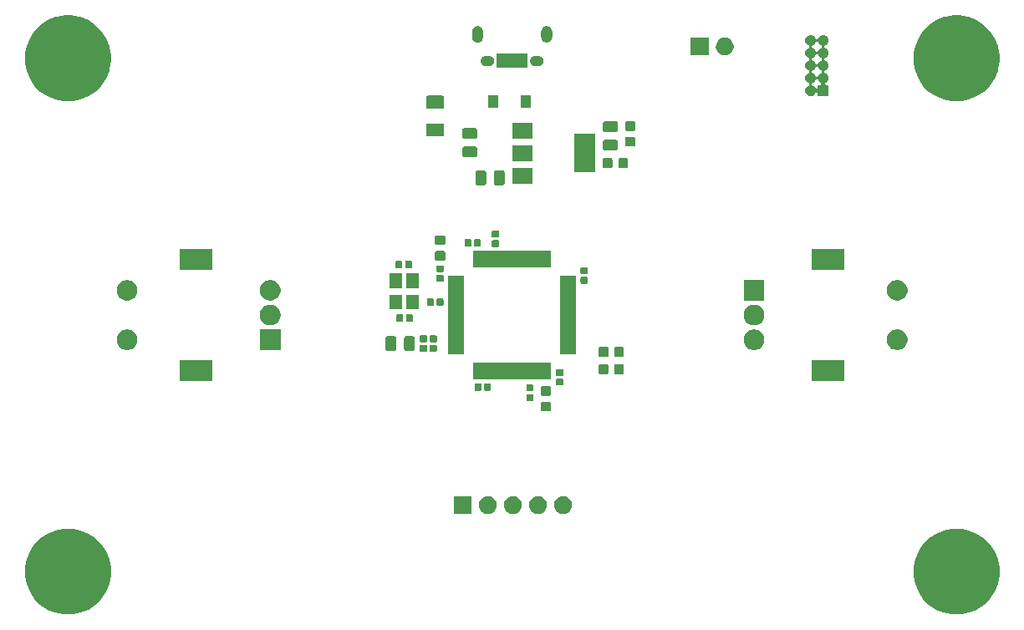
<source format=gbr>
G04 #@! TF.GenerationSoftware,KiCad,Pcbnew,(5.1.5-0-10_14)*
G04 #@! TF.CreationDate,2020-04-18T19:02:09+10:00*
G04 #@! TF.ProjectId,etch-a-sketch,65746368-2d61-42d7-936b-657463682e6b,rev?*
G04 #@! TF.SameCoordinates,Original*
G04 #@! TF.FileFunction,Soldermask,Top*
G04 #@! TF.FilePolarity,Negative*
%FSLAX46Y46*%
G04 Gerber Fmt 4.6, Leading zero omitted, Abs format (unit mm)*
G04 Created by KiCad (PCBNEW (5.1.5-0-10_14)) date 2020-04-18 19:02:09*
%MOMM*%
%LPD*%
G04 APERTURE LIST*
%ADD10C,0.100000*%
G04 APERTURE END LIST*
D10*
G36*
X115548156Y-72672794D02*
G01*
X116269140Y-72816206D01*
X117060972Y-73144193D01*
X117773601Y-73620357D01*
X118379643Y-74226399D01*
X118855807Y-74939028D01*
X119183794Y-75730860D01*
X119351000Y-76571464D01*
X119351000Y-77428536D01*
X119183794Y-78269140D01*
X118855807Y-79060972D01*
X118379643Y-79773601D01*
X117773601Y-80379643D01*
X117060972Y-80855807D01*
X116269140Y-81183794D01*
X115548156Y-81327206D01*
X115428537Y-81351000D01*
X114571463Y-81351000D01*
X114451844Y-81327206D01*
X113730860Y-81183794D01*
X112939028Y-80855807D01*
X112226399Y-80379643D01*
X111620357Y-79773601D01*
X111144193Y-79060972D01*
X110816206Y-78269140D01*
X110649000Y-77428536D01*
X110649000Y-76571464D01*
X110816206Y-75730860D01*
X111144193Y-74939028D01*
X111620357Y-74226399D01*
X112226399Y-73620357D01*
X112939028Y-73144193D01*
X113730860Y-72816206D01*
X114451844Y-72672794D01*
X114571463Y-72649000D01*
X115428537Y-72649000D01*
X115548156Y-72672794D01*
G37*
G36*
X25548156Y-72672794D02*
G01*
X26269140Y-72816206D01*
X27060972Y-73144193D01*
X27773601Y-73620357D01*
X28379643Y-74226399D01*
X28855807Y-74939028D01*
X29183794Y-75730860D01*
X29351000Y-76571464D01*
X29351000Y-77428536D01*
X29183794Y-78269140D01*
X28855807Y-79060972D01*
X28379643Y-79773601D01*
X27773601Y-80379643D01*
X27060972Y-80855807D01*
X26269140Y-81183794D01*
X25548156Y-81327206D01*
X25428537Y-81351000D01*
X24571463Y-81351000D01*
X24451844Y-81327206D01*
X23730860Y-81183794D01*
X22939028Y-80855807D01*
X22226399Y-80379643D01*
X21620357Y-79773601D01*
X21144193Y-79060972D01*
X20816206Y-78269140D01*
X20649000Y-77428536D01*
X20649000Y-76571464D01*
X20816206Y-75730860D01*
X21144193Y-74939028D01*
X21620357Y-74226399D01*
X22226399Y-73620357D01*
X22939028Y-73144193D01*
X23730860Y-72816206D01*
X24451844Y-72672794D01*
X24571463Y-72649000D01*
X25428537Y-72649000D01*
X25548156Y-72672794D01*
G37*
G36*
X67653512Y-69353927D02*
G01*
X67802812Y-69383624D01*
X67966784Y-69451544D01*
X68114354Y-69550147D01*
X68239853Y-69675646D01*
X68338456Y-69823216D01*
X68406376Y-69987188D01*
X68441000Y-70161259D01*
X68441000Y-70338741D01*
X68406376Y-70512812D01*
X68338456Y-70676784D01*
X68239853Y-70824354D01*
X68114354Y-70949853D01*
X67966784Y-71048456D01*
X67802812Y-71116376D01*
X67653512Y-71146073D01*
X67628742Y-71151000D01*
X67451258Y-71151000D01*
X67426488Y-71146073D01*
X67277188Y-71116376D01*
X67113216Y-71048456D01*
X66965646Y-70949853D01*
X66840147Y-70824354D01*
X66741544Y-70676784D01*
X66673624Y-70512812D01*
X66639000Y-70338741D01*
X66639000Y-70161259D01*
X66673624Y-69987188D01*
X66741544Y-69823216D01*
X66840147Y-69675646D01*
X66965646Y-69550147D01*
X67113216Y-69451544D01*
X67277188Y-69383624D01*
X67426488Y-69353927D01*
X67451258Y-69349000D01*
X67628742Y-69349000D01*
X67653512Y-69353927D01*
G37*
G36*
X70193512Y-69353927D02*
G01*
X70342812Y-69383624D01*
X70506784Y-69451544D01*
X70654354Y-69550147D01*
X70779853Y-69675646D01*
X70878456Y-69823216D01*
X70946376Y-69987188D01*
X70981000Y-70161259D01*
X70981000Y-70338741D01*
X70946376Y-70512812D01*
X70878456Y-70676784D01*
X70779853Y-70824354D01*
X70654354Y-70949853D01*
X70506784Y-71048456D01*
X70342812Y-71116376D01*
X70193512Y-71146073D01*
X70168742Y-71151000D01*
X69991258Y-71151000D01*
X69966488Y-71146073D01*
X69817188Y-71116376D01*
X69653216Y-71048456D01*
X69505646Y-70949853D01*
X69380147Y-70824354D01*
X69281544Y-70676784D01*
X69213624Y-70512812D01*
X69179000Y-70338741D01*
X69179000Y-70161259D01*
X69213624Y-69987188D01*
X69281544Y-69823216D01*
X69380147Y-69675646D01*
X69505646Y-69550147D01*
X69653216Y-69451544D01*
X69817188Y-69383624D01*
X69966488Y-69353927D01*
X69991258Y-69349000D01*
X70168742Y-69349000D01*
X70193512Y-69353927D01*
G37*
G36*
X65901000Y-71151000D02*
G01*
X64099000Y-71151000D01*
X64099000Y-69349000D01*
X65901000Y-69349000D01*
X65901000Y-71151000D01*
G37*
G36*
X75273512Y-69353927D02*
G01*
X75422812Y-69383624D01*
X75586784Y-69451544D01*
X75734354Y-69550147D01*
X75859853Y-69675646D01*
X75958456Y-69823216D01*
X76026376Y-69987188D01*
X76061000Y-70161259D01*
X76061000Y-70338741D01*
X76026376Y-70512812D01*
X75958456Y-70676784D01*
X75859853Y-70824354D01*
X75734354Y-70949853D01*
X75586784Y-71048456D01*
X75422812Y-71116376D01*
X75273512Y-71146073D01*
X75248742Y-71151000D01*
X75071258Y-71151000D01*
X75046488Y-71146073D01*
X74897188Y-71116376D01*
X74733216Y-71048456D01*
X74585646Y-70949853D01*
X74460147Y-70824354D01*
X74361544Y-70676784D01*
X74293624Y-70512812D01*
X74259000Y-70338741D01*
X74259000Y-70161259D01*
X74293624Y-69987188D01*
X74361544Y-69823216D01*
X74460147Y-69675646D01*
X74585646Y-69550147D01*
X74733216Y-69451544D01*
X74897188Y-69383624D01*
X75046488Y-69353927D01*
X75071258Y-69349000D01*
X75248742Y-69349000D01*
X75273512Y-69353927D01*
G37*
G36*
X72733512Y-69353927D02*
G01*
X72882812Y-69383624D01*
X73046784Y-69451544D01*
X73194354Y-69550147D01*
X73319853Y-69675646D01*
X73418456Y-69823216D01*
X73486376Y-69987188D01*
X73521000Y-70161259D01*
X73521000Y-70338741D01*
X73486376Y-70512812D01*
X73418456Y-70676784D01*
X73319853Y-70824354D01*
X73194354Y-70949853D01*
X73046784Y-71048456D01*
X72882812Y-71116376D01*
X72733512Y-71146073D01*
X72708742Y-71151000D01*
X72531258Y-71151000D01*
X72506488Y-71146073D01*
X72357188Y-71116376D01*
X72193216Y-71048456D01*
X72045646Y-70949853D01*
X71920147Y-70824354D01*
X71821544Y-70676784D01*
X71753624Y-70512812D01*
X71719000Y-70338741D01*
X71719000Y-70161259D01*
X71753624Y-69987188D01*
X71821544Y-69823216D01*
X71920147Y-69675646D01*
X72045646Y-69550147D01*
X72193216Y-69451544D01*
X72357188Y-69383624D01*
X72506488Y-69353927D01*
X72531258Y-69349000D01*
X72708742Y-69349000D01*
X72733512Y-69353927D01*
G37*
G36*
X73779591Y-59803085D02*
G01*
X73813569Y-59813393D01*
X73844890Y-59830134D01*
X73872339Y-59852661D01*
X73894866Y-59880110D01*
X73911607Y-59911431D01*
X73921915Y-59945409D01*
X73926000Y-59986890D01*
X73926000Y-60588110D01*
X73921915Y-60629591D01*
X73911607Y-60663569D01*
X73894866Y-60694890D01*
X73872339Y-60722339D01*
X73844890Y-60744866D01*
X73813569Y-60761607D01*
X73779591Y-60771915D01*
X73738110Y-60776000D01*
X73061890Y-60776000D01*
X73020409Y-60771915D01*
X72986431Y-60761607D01*
X72955110Y-60744866D01*
X72927661Y-60722339D01*
X72905134Y-60694890D01*
X72888393Y-60663569D01*
X72878085Y-60629591D01*
X72874000Y-60588110D01*
X72874000Y-59986890D01*
X72878085Y-59945409D01*
X72888393Y-59911431D01*
X72905134Y-59880110D01*
X72927661Y-59852661D01*
X72955110Y-59830134D01*
X72986431Y-59813393D01*
X73020409Y-59803085D01*
X73061890Y-59799000D01*
X73738110Y-59799000D01*
X73779591Y-59803085D01*
G37*
G36*
X72081938Y-59026716D02*
G01*
X72102557Y-59032971D01*
X72121553Y-59043124D01*
X72138208Y-59056792D01*
X72151876Y-59073447D01*
X72162029Y-59092443D01*
X72168284Y-59113062D01*
X72171000Y-59140640D01*
X72171000Y-59599360D01*
X72168284Y-59626938D01*
X72162029Y-59647557D01*
X72151876Y-59666553D01*
X72138208Y-59683208D01*
X72121553Y-59696876D01*
X72102557Y-59707029D01*
X72081938Y-59713284D01*
X72054360Y-59716000D01*
X71545640Y-59716000D01*
X71518062Y-59713284D01*
X71497443Y-59707029D01*
X71478447Y-59696876D01*
X71461792Y-59683208D01*
X71448124Y-59666553D01*
X71437971Y-59647557D01*
X71431716Y-59626938D01*
X71429000Y-59599360D01*
X71429000Y-59140640D01*
X71431716Y-59113062D01*
X71437971Y-59092443D01*
X71448124Y-59073447D01*
X71461792Y-59056792D01*
X71478447Y-59043124D01*
X71497443Y-59032971D01*
X71518062Y-59026716D01*
X71545640Y-59024000D01*
X72054360Y-59024000D01*
X72081938Y-59026716D01*
G37*
G36*
X73779591Y-58228085D02*
G01*
X73813569Y-58238393D01*
X73844890Y-58255134D01*
X73872339Y-58277661D01*
X73894866Y-58305110D01*
X73911607Y-58336431D01*
X73921915Y-58370409D01*
X73926000Y-58411890D01*
X73926000Y-59013110D01*
X73921915Y-59054591D01*
X73911607Y-59088569D01*
X73894866Y-59119890D01*
X73872339Y-59147339D01*
X73844890Y-59169866D01*
X73813569Y-59186607D01*
X73779591Y-59196915D01*
X73738110Y-59201000D01*
X73061890Y-59201000D01*
X73020409Y-59196915D01*
X72986431Y-59186607D01*
X72955110Y-59169866D01*
X72927661Y-59147339D01*
X72905134Y-59119890D01*
X72888393Y-59088569D01*
X72878085Y-59054591D01*
X72874000Y-59013110D01*
X72874000Y-58411890D01*
X72878085Y-58370409D01*
X72888393Y-58336431D01*
X72905134Y-58305110D01*
X72927661Y-58277661D01*
X72955110Y-58255134D01*
X72986431Y-58238393D01*
X73020409Y-58228085D01*
X73061890Y-58224000D01*
X73738110Y-58224000D01*
X73779591Y-58228085D01*
G37*
G36*
X72081938Y-58056716D02*
G01*
X72102557Y-58062971D01*
X72121553Y-58073124D01*
X72138208Y-58086792D01*
X72151876Y-58103447D01*
X72162029Y-58122443D01*
X72168284Y-58143062D01*
X72171000Y-58170640D01*
X72171000Y-58629360D01*
X72168284Y-58656938D01*
X72162029Y-58677557D01*
X72151876Y-58696553D01*
X72138208Y-58713208D01*
X72121553Y-58726876D01*
X72102557Y-58737029D01*
X72081938Y-58743284D01*
X72054360Y-58746000D01*
X71545640Y-58746000D01*
X71518062Y-58743284D01*
X71497443Y-58737029D01*
X71478447Y-58726876D01*
X71461792Y-58713208D01*
X71448124Y-58696553D01*
X71437971Y-58677557D01*
X71431716Y-58656938D01*
X71429000Y-58629360D01*
X71429000Y-58170640D01*
X71431716Y-58143062D01*
X71437971Y-58122443D01*
X71448124Y-58103447D01*
X71461792Y-58086792D01*
X71478447Y-58073124D01*
X71497443Y-58062971D01*
X71518062Y-58056716D01*
X71545640Y-58054000D01*
X72054360Y-58054000D01*
X72081938Y-58056716D01*
G37*
G36*
X66786938Y-57931716D02*
G01*
X66807557Y-57937971D01*
X66826553Y-57948124D01*
X66843208Y-57961792D01*
X66856876Y-57978447D01*
X66867029Y-57997443D01*
X66873284Y-58018062D01*
X66876000Y-58045640D01*
X66876000Y-58554360D01*
X66873284Y-58581938D01*
X66867029Y-58602557D01*
X66856876Y-58621553D01*
X66843208Y-58638208D01*
X66826553Y-58651876D01*
X66807557Y-58662029D01*
X66786938Y-58668284D01*
X66759360Y-58671000D01*
X66300640Y-58671000D01*
X66273062Y-58668284D01*
X66252443Y-58662029D01*
X66233447Y-58651876D01*
X66216792Y-58638208D01*
X66203124Y-58621553D01*
X66192971Y-58602557D01*
X66186716Y-58581938D01*
X66184000Y-58554360D01*
X66184000Y-58045640D01*
X66186716Y-58018062D01*
X66192971Y-57997443D01*
X66203124Y-57978447D01*
X66216792Y-57961792D01*
X66233447Y-57948124D01*
X66252443Y-57937971D01*
X66273062Y-57931716D01*
X66300640Y-57929000D01*
X66759360Y-57929000D01*
X66786938Y-57931716D01*
G37*
G36*
X67756938Y-57931716D02*
G01*
X67777557Y-57937971D01*
X67796553Y-57948124D01*
X67813208Y-57961792D01*
X67826876Y-57978447D01*
X67837029Y-57997443D01*
X67843284Y-58018062D01*
X67846000Y-58045640D01*
X67846000Y-58554360D01*
X67843284Y-58581938D01*
X67837029Y-58602557D01*
X67826876Y-58621553D01*
X67813208Y-58638208D01*
X67796553Y-58651876D01*
X67777557Y-58662029D01*
X67756938Y-58668284D01*
X67729360Y-58671000D01*
X67270640Y-58671000D01*
X67243062Y-58668284D01*
X67222443Y-58662029D01*
X67203447Y-58651876D01*
X67186792Y-58638208D01*
X67173124Y-58621553D01*
X67162971Y-58602557D01*
X67156716Y-58581938D01*
X67154000Y-58554360D01*
X67154000Y-58045640D01*
X67156716Y-58018062D01*
X67162971Y-57997443D01*
X67173124Y-57978447D01*
X67186792Y-57961792D01*
X67203447Y-57948124D01*
X67222443Y-57937971D01*
X67243062Y-57931716D01*
X67270640Y-57929000D01*
X67729360Y-57929000D01*
X67756938Y-57931716D01*
G37*
G36*
X75081938Y-57456716D02*
G01*
X75102557Y-57462971D01*
X75121553Y-57473124D01*
X75138208Y-57486792D01*
X75151876Y-57503447D01*
X75162029Y-57522443D01*
X75168284Y-57543062D01*
X75171000Y-57570640D01*
X75171000Y-58029360D01*
X75168284Y-58056938D01*
X75162029Y-58077557D01*
X75151876Y-58096553D01*
X75138208Y-58113208D01*
X75121553Y-58126876D01*
X75102557Y-58137029D01*
X75081938Y-58143284D01*
X75054360Y-58146000D01*
X74545640Y-58146000D01*
X74518062Y-58143284D01*
X74497443Y-58137029D01*
X74478447Y-58126876D01*
X74461792Y-58113208D01*
X74448124Y-58096553D01*
X74437971Y-58077557D01*
X74431716Y-58056938D01*
X74429000Y-58029360D01*
X74429000Y-57570640D01*
X74431716Y-57543062D01*
X74437971Y-57522443D01*
X74448124Y-57503447D01*
X74461792Y-57486792D01*
X74478447Y-57473124D01*
X74497443Y-57462971D01*
X74518062Y-57456716D01*
X74545640Y-57454000D01*
X75054360Y-57454000D01*
X75081938Y-57456716D01*
G37*
G36*
X39651000Y-57651000D02*
G01*
X36349000Y-57651000D01*
X36349000Y-55549000D01*
X39651000Y-55549000D01*
X39651000Y-57651000D01*
G37*
G36*
X103651000Y-57651000D02*
G01*
X100349000Y-57651000D01*
X100349000Y-55549000D01*
X103651000Y-55549000D01*
X103651000Y-57651000D01*
G37*
G36*
X66420295Y-55850323D02*
G01*
X66427309Y-55852451D01*
X66441077Y-55859810D01*
X66463716Y-55869187D01*
X66487749Y-55873967D01*
X66512253Y-55873967D01*
X66536286Y-55869186D01*
X66558923Y-55859810D01*
X66572691Y-55852451D01*
X66579705Y-55850323D01*
X66593140Y-55849000D01*
X66906860Y-55849000D01*
X66920295Y-55850323D01*
X66927309Y-55852451D01*
X66941077Y-55859810D01*
X66963716Y-55869187D01*
X66987749Y-55873967D01*
X67012253Y-55873967D01*
X67036286Y-55869186D01*
X67058923Y-55859810D01*
X67072691Y-55852451D01*
X67079705Y-55850323D01*
X67093140Y-55849000D01*
X67406860Y-55849000D01*
X67420295Y-55850323D01*
X67427309Y-55852451D01*
X67441077Y-55859810D01*
X67463716Y-55869187D01*
X67487749Y-55873967D01*
X67512253Y-55873967D01*
X67536286Y-55869186D01*
X67558923Y-55859810D01*
X67572691Y-55852451D01*
X67579705Y-55850323D01*
X67593140Y-55849000D01*
X67906860Y-55849000D01*
X67920295Y-55850323D01*
X67927309Y-55852451D01*
X67941077Y-55859810D01*
X67963716Y-55869187D01*
X67987749Y-55873967D01*
X68012253Y-55873967D01*
X68036286Y-55869186D01*
X68058923Y-55859810D01*
X68072691Y-55852451D01*
X68079705Y-55850323D01*
X68093140Y-55849000D01*
X68406860Y-55849000D01*
X68420295Y-55850323D01*
X68427309Y-55852451D01*
X68441077Y-55859810D01*
X68463716Y-55869187D01*
X68487749Y-55873967D01*
X68512253Y-55873967D01*
X68536286Y-55869186D01*
X68558923Y-55859810D01*
X68572691Y-55852451D01*
X68579705Y-55850323D01*
X68593140Y-55849000D01*
X68906860Y-55849000D01*
X68920295Y-55850323D01*
X68927309Y-55852451D01*
X68941077Y-55859810D01*
X68963716Y-55869187D01*
X68987749Y-55873967D01*
X69012253Y-55873967D01*
X69036286Y-55869186D01*
X69058923Y-55859810D01*
X69072691Y-55852451D01*
X69079705Y-55850323D01*
X69093140Y-55849000D01*
X69406860Y-55849000D01*
X69420295Y-55850323D01*
X69427309Y-55852451D01*
X69441077Y-55859810D01*
X69463716Y-55869187D01*
X69487749Y-55873967D01*
X69512253Y-55873967D01*
X69536286Y-55869186D01*
X69558923Y-55859810D01*
X69572691Y-55852451D01*
X69579705Y-55850323D01*
X69593140Y-55849000D01*
X69906860Y-55849000D01*
X69920295Y-55850323D01*
X69927309Y-55852451D01*
X69941077Y-55859810D01*
X69963716Y-55869187D01*
X69987749Y-55873967D01*
X70012253Y-55873967D01*
X70036286Y-55869186D01*
X70058923Y-55859810D01*
X70072691Y-55852451D01*
X70079705Y-55850323D01*
X70093140Y-55849000D01*
X70406860Y-55849000D01*
X70420295Y-55850323D01*
X70427309Y-55852451D01*
X70441077Y-55859810D01*
X70463716Y-55869187D01*
X70487749Y-55873967D01*
X70512253Y-55873967D01*
X70536286Y-55869186D01*
X70558923Y-55859810D01*
X70572691Y-55852451D01*
X70579705Y-55850323D01*
X70593140Y-55849000D01*
X70906860Y-55849000D01*
X70920295Y-55850323D01*
X70927309Y-55852451D01*
X70941077Y-55859810D01*
X70963716Y-55869187D01*
X70987749Y-55873967D01*
X71012253Y-55873967D01*
X71036286Y-55869186D01*
X71058923Y-55859810D01*
X71072691Y-55852451D01*
X71079705Y-55850323D01*
X71093140Y-55849000D01*
X71406860Y-55849000D01*
X71420295Y-55850323D01*
X71427309Y-55852451D01*
X71441077Y-55859810D01*
X71463716Y-55869187D01*
X71487749Y-55873967D01*
X71512253Y-55873967D01*
X71536286Y-55869186D01*
X71558923Y-55859810D01*
X71572691Y-55852451D01*
X71579705Y-55850323D01*
X71593140Y-55849000D01*
X71906860Y-55849000D01*
X71920295Y-55850323D01*
X71927309Y-55852451D01*
X71941077Y-55859810D01*
X71963716Y-55869187D01*
X71987749Y-55873967D01*
X72012253Y-55873967D01*
X72036286Y-55869186D01*
X72058923Y-55859810D01*
X72072691Y-55852451D01*
X72079705Y-55850323D01*
X72093140Y-55849000D01*
X72406860Y-55849000D01*
X72420295Y-55850323D01*
X72427309Y-55852451D01*
X72441077Y-55859810D01*
X72463716Y-55869187D01*
X72487749Y-55873967D01*
X72512253Y-55873967D01*
X72536286Y-55869186D01*
X72558923Y-55859810D01*
X72572691Y-55852451D01*
X72579705Y-55850323D01*
X72593140Y-55849000D01*
X72906860Y-55849000D01*
X72920295Y-55850323D01*
X72927309Y-55852451D01*
X72941077Y-55859810D01*
X72963716Y-55869187D01*
X72987749Y-55873967D01*
X73012253Y-55873967D01*
X73036286Y-55869186D01*
X73058923Y-55859810D01*
X73072691Y-55852451D01*
X73079705Y-55850323D01*
X73093140Y-55849000D01*
X73406860Y-55849000D01*
X73420295Y-55850323D01*
X73427309Y-55852451D01*
X73441077Y-55859810D01*
X73463716Y-55869187D01*
X73487749Y-55873967D01*
X73512253Y-55873967D01*
X73536286Y-55869186D01*
X73558923Y-55859810D01*
X73572691Y-55852451D01*
X73579705Y-55850323D01*
X73593140Y-55849000D01*
X73906860Y-55849000D01*
X73920295Y-55850323D01*
X73927310Y-55852451D01*
X73933776Y-55855908D01*
X73939442Y-55860558D01*
X73944092Y-55866224D01*
X73947549Y-55872690D01*
X73949677Y-55879705D01*
X73951000Y-55893140D01*
X73951000Y-57456860D01*
X73949677Y-57470295D01*
X73947549Y-57477310D01*
X73944092Y-57483776D01*
X73939442Y-57489442D01*
X73933776Y-57494092D01*
X73927310Y-57497549D01*
X73920295Y-57499677D01*
X73906860Y-57501000D01*
X73593140Y-57501000D01*
X73579705Y-57499677D01*
X73572691Y-57497549D01*
X73558923Y-57490190D01*
X73536284Y-57480813D01*
X73512251Y-57476033D01*
X73487747Y-57476033D01*
X73463714Y-57480814D01*
X73441077Y-57490190D01*
X73427309Y-57497549D01*
X73420295Y-57499677D01*
X73406860Y-57501000D01*
X73093140Y-57501000D01*
X73079705Y-57499677D01*
X73072691Y-57497549D01*
X73058923Y-57490190D01*
X73036284Y-57480813D01*
X73012251Y-57476033D01*
X72987747Y-57476033D01*
X72963714Y-57480814D01*
X72941077Y-57490190D01*
X72927309Y-57497549D01*
X72920295Y-57499677D01*
X72906860Y-57501000D01*
X72593140Y-57501000D01*
X72579705Y-57499677D01*
X72572691Y-57497549D01*
X72558923Y-57490190D01*
X72536284Y-57480813D01*
X72512251Y-57476033D01*
X72487747Y-57476033D01*
X72463714Y-57480814D01*
X72441077Y-57490190D01*
X72427309Y-57497549D01*
X72420295Y-57499677D01*
X72406860Y-57501000D01*
X72093140Y-57501000D01*
X72079705Y-57499677D01*
X72072691Y-57497549D01*
X72058923Y-57490190D01*
X72036284Y-57480813D01*
X72012251Y-57476033D01*
X71987747Y-57476033D01*
X71963714Y-57480814D01*
X71941077Y-57490190D01*
X71927309Y-57497549D01*
X71920295Y-57499677D01*
X71906860Y-57501000D01*
X71593140Y-57501000D01*
X71579705Y-57499677D01*
X71572691Y-57497549D01*
X71558923Y-57490190D01*
X71536284Y-57480813D01*
X71512251Y-57476033D01*
X71487747Y-57476033D01*
X71463714Y-57480814D01*
X71441077Y-57490190D01*
X71427309Y-57497549D01*
X71420295Y-57499677D01*
X71406860Y-57501000D01*
X71093140Y-57501000D01*
X71079705Y-57499677D01*
X71072691Y-57497549D01*
X71058923Y-57490190D01*
X71036284Y-57480813D01*
X71012251Y-57476033D01*
X70987747Y-57476033D01*
X70963714Y-57480814D01*
X70941077Y-57490190D01*
X70927309Y-57497549D01*
X70920295Y-57499677D01*
X70906860Y-57501000D01*
X70593140Y-57501000D01*
X70579705Y-57499677D01*
X70572691Y-57497549D01*
X70558923Y-57490190D01*
X70536284Y-57480813D01*
X70512251Y-57476033D01*
X70487747Y-57476033D01*
X70463714Y-57480814D01*
X70441077Y-57490190D01*
X70427309Y-57497549D01*
X70420295Y-57499677D01*
X70406860Y-57501000D01*
X70093140Y-57501000D01*
X70079705Y-57499677D01*
X70072691Y-57497549D01*
X70058923Y-57490190D01*
X70036284Y-57480813D01*
X70012251Y-57476033D01*
X69987747Y-57476033D01*
X69963714Y-57480814D01*
X69941077Y-57490190D01*
X69927309Y-57497549D01*
X69920295Y-57499677D01*
X69906860Y-57501000D01*
X69593140Y-57501000D01*
X69579705Y-57499677D01*
X69572691Y-57497549D01*
X69558923Y-57490190D01*
X69536284Y-57480813D01*
X69512251Y-57476033D01*
X69487747Y-57476033D01*
X69463714Y-57480814D01*
X69441077Y-57490190D01*
X69427309Y-57497549D01*
X69420295Y-57499677D01*
X69406860Y-57501000D01*
X69093140Y-57501000D01*
X69079705Y-57499677D01*
X69072691Y-57497549D01*
X69058923Y-57490190D01*
X69036284Y-57480813D01*
X69012251Y-57476033D01*
X68987747Y-57476033D01*
X68963714Y-57480814D01*
X68941077Y-57490190D01*
X68927309Y-57497549D01*
X68920295Y-57499677D01*
X68906860Y-57501000D01*
X68593140Y-57501000D01*
X68579705Y-57499677D01*
X68572691Y-57497549D01*
X68558923Y-57490190D01*
X68536284Y-57480813D01*
X68512251Y-57476033D01*
X68487747Y-57476033D01*
X68463714Y-57480814D01*
X68441077Y-57490190D01*
X68427309Y-57497549D01*
X68420295Y-57499677D01*
X68406860Y-57501000D01*
X68093140Y-57501000D01*
X68079705Y-57499677D01*
X68072691Y-57497549D01*
X68058923Y-57490190D01*
X68036284Y-57480813D01*
X68012251Y-57476033D01*
X67987747Y-57476033D01*
X67963714Y-57480814D01*
X67941077Y-57490190D01*
X67927309Y-57497549D01*
X67920295Y-57499677D01*
X67906860Y-57501000D01*
X67593140Y-57501000D01*
X67579705Y-57499677D01*
X67572691Y-57497549D01*
X67558923Y-57490190D01*
X67536284Y-57480813D01*
X67512251Y-57476033D01*
X67487747Y-57476033D01*
X67463714Y-57480814D01*
X67441077Y-57490190D01*
X67427309Y-57497549D01*
X67420295Y-57499677D01*
X67406860Y-57501000D01*
X67093140Y-57501000D01*
X67079705Y-57499677D01*
X67072691Y-57497549D01*
X67058923Y-57490190D01*
X67036284Y-57480813D01*
X67012251Y-57476033D01*
X66987747Y-57476033D01*
X66963714Y-57480814D01*
X66941077Y-57490190D01*
X66927309Y-57497549D01*
X66920295Y-57499677D01*
X66906860Y-57501000D01*
X66593140Y-57501000D01*
X66579705Y-57499677D01*
X66572691Y-57497549D01*
X66558923Y-57490190D01*
X66536284Y-57480813D01*
X66512251Y-57476033D01*
X66487747Y-57476033D01*
X66463714Y-57480814D01*
X66441077Y-57490190D01*
X66427309Y-57497549D01*
X66420295Y-57499677D01*
X66406860Y-57501000D01*
X66093140Y-57501000D01*
X66079705Y-57499677D01*
X66072690Y-57497549D01*
X66066224Y-57494092D01*
X66060558Y-57489442D01*
X66055908Y-57483776D01*
X66052451Y-57477310D01*
X66050323Y-57470295D01*
X66049000Y-57456860D01*
X66049000Y-55893140D01*
X66050323Y-55879705D01*
X66052451Y-55872690D01*
X66055908Y-55866224D01*
X66060558Y-55860558D01*
X66066224Y-55855908D01*
X66072690Y-55852451D01*
X66079705Y-55850323D01*
X66093140Y-55849000D01*
X66406860Y-55849000D01*
X66420295Y-55850323D01*
G37*
G36*
X75081938Y-56486716D02*
G01*
X75102557Y-56492971D01*
X75121553Y-56503124D01*
X75138208Y-56516792D01*
X75151876Y-56533447D01*
X75162029Y-56552443D01*
X75168284Y-56573062D01*
X75171000Y-56600640D01*
X75171000Y-57059360D01*
X75168284Y-57086938D01*
X75162029Y-57107557D01*
X75151876Y-57126553D01*
X75138208Y-57143208D01*
X75121553Y-57156876D01*
X75102557Y-57167029D01*
X75081938Y-57173284D01*
X75054360Y-57176000D01*
X74545640Y-57176000D01*
X74518062Y-57173284D01*
X74497443Y-57167029D01*
X74478447Y-57156876D01*
X74461792Y-57143208D01*
X74448124Y-57126553D01*
X74437971Y-57107557D01*
X74431716Y-57086938D01*
X74429000Y-57059360D01*
X74429000Y-56600640D01*
X74431716Y-56573062D01*
X74437971Y-56552443D01*
X74448124Y-56533447D01*
X74461792Y-56516792D01*
X74478447Y-56503124D01*
X74497443Y-56492971D01*
X74518062Y-56486716D01*
X74545640Y-56484000D01*
X75054360Y-56484000D01*
X75081938Y-56486716D01*
G37*
G36*
X79592091Y-55978085D02*
G01*
X79626069Y-55988393D01*
X79657390Y-56005134D01*
X79684839Y-56027661D01*
X79707366Y-56055110D01*
X79724107Y-56086431D01*
X79734415Y-56120409D01*
X79738500Y-56161890D01*
X79738500Y-56838110D01*
X79734415Y-56879591D01*
X79724107Y-56913569D01*
X79707366Y-56944890D01*
X79684839Y-56972339D01*
X79657390Y-56994866D01*
X79626069Y-57011607D01*
X79592091Y-57021915D01*
X79550610Y-57026000D01*
X78949390Y-57026000D01*
X78907909Y-57021915D01*
X78873931Y-57011607D01*
X78842610Y-56994866D01*
X78815161Y-56972339D01*
X78792634Y-56944890D01*
X78775893Y-56913569D01*
X78765585Y-56879591D01*
X78761500Y-56838110D01*
X78761500Y-56161890D01*
X78765585Y-56120409D01*
X78775893Y-56086431D01*
X78792634Y-56055110D01*
X78815161Y-56027661D01*
X78842610Y-56005134D01*
X78873931Y-55988393D01*
X78907909Y-55978085D01*
X78949390Y-55974000D01*
X79550610Y-55974000D01*
X79592091Y-55978085D01*
G37*
G36*
X81167091Y-55978085D02*
G01*
X81201069Y-55988393D01*
X81232390Y-56005134D01*
X81259839Y-56027661D01*
X81282366Y-56055110D01*
X81299107Y-56086431D01*
X81309415Y-56120409D01*
X81313500Y-56161890D01*
X81313500Y-56838110D01*
X81309415Y-56879591D01*
X81299107Y-56913569D01*
X81282366Y-56944890D01*
X81259839Y-56972339D01*
X81232390Y-56994866D01*
X81201069Y-57011607D01*
X81167091Y-57021915D01*
X81125610Y-57026000D01*
X80524390Y-57026000D01*
X80482909Y-57021915D01*
X80448931Y-57011607D01*
X80417610Y-56994866D01*
X80390161Y-56972339D01*
X80367634Y-56944890D01*
X80350893Y-56913569D01*
X80340585Y-56879591D01*
X80336500Y-56838110D01*
X80336500Y-56161890D01*
X80340585Y-56120409D01*
X80350893Y-56086431D01*
X80367634Y-56055110D01*
X80390161Y-56027661D01*
X80417610Y-56005134D01*
X80448931Y-55988393D01*
X80482909Y-55978085D01*
X80524390Y-55974000D01*
X81125610Y-55974000D01*
X81167091Y-55978085D01*
G37*
G36*
X79592091Y-54228085D02*
G01*
X79626069Y-54238393D01*
X79657390Y-54255134D01*
X79684839Y-54277661D01*
X79707366Y-54305110D01*
X79724107Y-54336431D01*
X79734415Y-54370409D01*
X79738500Y-54411890D01*
X79738500Y-55088110D01*
X79734415Y-55129591D01*
X79724107Y-55163569D01*
X79707366Y-55194890D01*
X79684839Y-55222339D01*
X79657390Y-55244866D01*
X79626069Y-55261607D01*
X79592091Y-55271915D01*
X79550610Y-55276000D01*
X78949390Y-55276000D01*
X78907909Y-55271915D01*
X78873931Y-55261607D01*
X78842610Y-55244866D01*
X78815161Y-55222339D01*
X78792634Y-55194890D01*
X78775893Y-55163569D01*
X78765585Y-55129591D01*
X78761500Y-55088110D01*
X78761500Y-54411890D01*
X78765585Y-54370409D01*
X78775893Y-54336431D01*
X78792634Y-54305110D01*
X78815161Y-54277661D01*
X78842610Y-54255134D01*
X78873931Y-54238393D01*
X78907909Y-54228085D01*
X78949390Y-54224000D01*
X79550610Y-54224000D01*
X79592091Y-54228085D01*
G37*
G36*
X81167091Y-54228085D02*
G01*
X81201069Y-54238393D01*
X81232390Y-54255134D01*
X81259839Y-54277661D01*
X81282366Y-54305110D01*
X81299107Y-54336431D01*
X81309415Y-54370409D01*
X81313500Y-54411890D01*
X81313500Y-55088110D01*
X81309415Y-55129591D01*
X81299107Y-55163569D01*
X81282366Y-55194890D01*
X81259839Y-55222339D01*
X81232390Y-55244866D01*
X81201069Y-55261607D01*
X81167091Y-55271915D01*
X81125610Y-55276000D01*
X80524390Y-55276000D01*
X80482909Y-55271915D01*
X80448931Y-55261607D01*
X80417610Y-55244866D01*
X80390161Y-55222339D01*
X80367634Y-55194890D01*
X80350893Y-55163569D01*
X80340585Y-55129591D01*
X80336500Y-55088110D01*
X80336500Y-54411890D01*
X80340585Y-54370409D01*
X80350893Y-54336431D01*
X80367634Y-54305110D01*
X80390161Y-54277661D01*
X80417610Y-54255134D01*
X80448931Y-54238393D01*
X80482909Y-54228085D01*
X80524390Y-54224000D01*
X81125610Y-54224000D01*
X81167091Y-54228085D01*
G37*
G36*
X65120295Y-47050323D02*
G01*
X65127310Y-47052451D01*
X65133776Y-47055908D01*
X65139442Y-47060558D01*
X65144092Y-47066224D01*
X65147549Y-47072690D01*
X65149677Y-47079705D01*
X65151000Y-47093140D01*
X65151000Y-47406860D01*
X65149677Y-47420295D01*
X65147549Y-47427309D01*
X65140190Y-47441077D01*
X65130813Y-47463716D01*
X65126033Y-47487749D01*
X65126033Y-47512253D01*
X65130814Y-47536286D01*
X65140190Y-47558923D01*
X65147549Y-47572691D01*
X65149677Y-47579705D01*
X65151000Y-47593140D01*
X65151000Y-47906860D01*
X65149677Y-47920295D01*
X65147549Y-47927309D01*
X65140190Y-47941077D01*
X65130813Y-47963716D01*
X65126033Y-47987749D01*
X65126033Y-48012253D01*
X65130814Y-48036286D01*
X65140190Y-48058923D01*
X65147549Y-48072691D01*
X65149677Y-48079705D01*
X65151000Y-48093140D01*
X65151000Y-48406860D01*
X65149677Y-48420295D01*
X65147549Y-48427309D01*
X65140190Y-48441077D01*
X65130813Y-48463716D01*
X65126033Y-48487749D01*
X65126033Y-48512253D01*
X65130814Y-48536286D01*
X65140190Y-48558923D01*
X65147549Y-48572691D01*
X65149677Y-48579705D01*
X65151000Y-48593140D01*
X65151000Y-48906860D01*
X65149677Y-48920295D01*
X65147549Y-48927309D01*
X65140190Y-48941077D01*
X65130813Y-48963716D01*
X65126033Y-48987749D01*
X65126033Y-49012253D01*
X65130814Y-49036286D01*
X65140190Y-49058923D01*
X65147549Y-49072691D01*
X65149677Y-49079705D01*
X65151000Y-49093140D01*
X65151000Y-49406860D01*
X65149677Y-49420295D01*
X65147549Y-49427309D01*
X65140190Y-49441077D01*
X65130813Y-49463716D01*
X65126033Y-49487749D01*
X65126033Y-49512253D01*
X65130814Y-49536286D01*
X65140190Y-49558923D01*
X65147549Y-49572691D01*
X65149677Y-49579705D01*
X65151000Y-49593140D01*
X65151000Y-49906860D01*
X65149677Y-49920295D01*
X65147549Y-49927309D01*
X65140190Y-49941077D01*
X65130813Y-49963716D01*
X65126033Y-49987749D01*
X65126033Y-50012253D01*
X65130814Y-50036286D01*
X65140190Y-50058923D01*
X65147549Y-50072691D01*
X65149677Y-50079705D01*
X65151000Y-50093140D01*
X65151000Y-50406860D01*
X65149677Y-50420295D01*
X65147549Y-50427309D01*
X65140190Y-50441077D01*
X65130813Y-50463716D01*
X65126033Y-50487749D01*
X65126033Y-50512253D01*
X65130814Y-50536286D01*
X65140190Y-50558923D01*
X65147549Y-50572691D01*
X65149677Y-50579705D01*
X65151000Y-50593140D01*
X65151000Y-50906860D01*
X65149677Y-50920295D01*
X65147549Y-50927309D01*
X65140190Y-50941077D01*
X65130813Y-50963716D01*
X65126033Y-50987749D01*
X65126033Y-51012253D01*
X65130814Y-51036286D01*
X65140190Y-51058923D01*
X65147549Y-51072691D01*
X65149677Y-51079705D01*
X65151000Y-51093140D01*
X65151000Y-51406860D01*
X65149677Y-51420295D01*
X65147549Y-51427309D01*
X65140190Y-51441077D01*
X65130813Y-51463716D01*
X65126033Y-51487749D01*
X65126033Y-51512253D01*
X65130814Y-51536286D01*
X65140190Y-51558923D01*
X65147549Y-51572691D01*
X65149677Y-51579705D01*
X65151000Y-51593140D01*
X65151000Y-51906860D01*
X65149677Y-51920295D01*
X65147549Y-51927309D01*
X65140190Y-51941077D01*
X65130813Y-51963716D01*
X65126033Y-51987749D01*
X65126033Y-52012253D01*
X65130814Y-52036286D01*
X65140190Y-52058923D01*
X65147549Y-52072691D01*
X65149677Y-52079705D01*
X65151000Y-52093140D01*
X65151000Y-52406860D01*
X65149677Y-52420295D01*
X65147549Y-52427309D01*
X65140190Y-52441077D01*
X65130813Y-52463716D01*
X65126033Y-52487749D01*
X65126033Y-52512253D01*
X65130814Y-52536286D01*
X65140190Y-52558923D01*
X65147549Y-52572691D01*
X65149677Y-52579705D01*
X65151000Y-52593140D01*
X65151000Y-52906860D01*
X65149677Y-52920295D01*
X65147549Y-52927309D01*
X65140190Y-52941077D01*
X65130813Y-52963716D01*
X65126033Y-52987749D01*
X65126033Y-53012253D01*
X65130814Y-53036286D01*
X65140190Y-53058923D01*
X65147549Y-53072691D01*
X65149677Y-53079705D01*
X65151000Y-53093140D01*
X65151000Y-53406860D01*
X65149677Y-53420295D01*
X65147549Y-53427309D01*
X65140190Y-53441077D01*
X65130813Y-53463716D01*
X65126033Y-53487749D01*
X65126033Y-53512253D01*
X65130814Y-53536286D01*
X65140190Y-53558923D01*
X65147549Y-53572691D01*
X65149677Y-53579705D01*
X65151000Y-53593140D01*
X65151000Y-53906860D01*
X65149677Y-53920295D01*
X65147549Y-53927309D01*
X65140190Y-53941077D01*
X65130813Y-53963716D01*
X65126033Y-53987749D01*
X65126033Y-54012253D01*
X65130814Y-54036286D01*
X65140190Y-54058923D01*
X65147549Y-54072691D01*
X65149677Y-54079705D01*
X65151000Y-54093140D01*
X65151000Y-54406860D01*
X65149677Y-54420295D01*
X65147549Y-54427309D01*
X65140190Y-54441077D01*
X65130813Y-54463716D01*
X65126033Y-54487749D01*
X65126033Y-54512253D01*
X65130814Y-54536286D01*
X65140190Y-54558923D01*
X65147549Y-54572691D01*
X65149677Y-54579705D01*
X65151000Y-54593140D01*
X65151000Y-54906860D01*
X65149677Y-54920295D01*
X65147549Y-54927310D01*
X65144092Y-54933776D01*
X65139442Y-54939442D01*
X65133776Y-54944092D01*
X65127310Y-54947549D01*
X65120295Y-54949677D01*
X65106860Y-54951000D01*
X63543140Y-54951000D01*
X63529705Y-54949677D01*
X63522690Y-54947549D01*
X63516224Y-54944092D01*
X63510558Y-54939442D01*
X63505908Y-54933776D01*
X63502451Y-54927310D01*
X63500323Y-54920295D01*
X63499000Y-54906860D01*
X63499000Y-54593140D01*
X63500323Y-54579705D01*
X63502451Y-54572691D01*
X63509810Y-54558923D01*
X63519187Y-54536284D01*
X63523967Y-54512251D01*
X63523967Y-54487747D01*
X63519186Y-54463714D01*
X63509810Y-54441077D01*
X63502451Y-54427309D01*
X63500323Y-54420295D01*
X63499000Y-54406860D01*
X63499000Y-54093140D01*
X63500323Y-54079705D01*
X63502451Y-54072691D01*
X63509810Y-54058923D01*
X63519187Y-54036284D01*
X63523967Y-54012251D01*
X63523967Y-53987747D01*
X63519186Y-53963714D01*
X63509810Y-53941077D01*
X63502451Y-53927309D01*
X63500323Y-53920295D01*
X63499000Y-53906860D01*
X63499000Y-53593140D01*
X63500323Y-53579705D01*
X63502451Y-53572691D01*
X63509810Y-53558923D01*
X63519187Y-53536284D01*
X63523967Y-53512251D01*
X63523967Y-53487747D01*
X63519186Y-53463714D01*
X63509810Y-53441077D01*
X63502451Y-53427309D01*
X63500323Y-53420295D01*
X63499000Y-53406860D01*
X63499000Y-53093140D01*
X63500323Y-53079705D01*
X63502451Y-53072691D01*
X63509810Y-53058923D01*
X63519187Y-53036284D01*
X63523967Y-53012251D01*
X63523967Y-52987747D01*
X63519186Y-52963714D01*
X63509810Y-52941077D01*
X63502451Y-52927309D01*
X63500323Y-52920295D01*
X63499000Y-52906860D01*
X63499000Y-52593140D01*
X63500323Y-52579705D01*
X63502451Y-52572691D01*
X63509810Y-52558923D01*
X63519187Y-52536284D01*
X63523967Y-52512251D01*
X63523967Y-52487747D01*
X63519186Y-52463714D01*
X63509810Y-52441077D01*
X63502451Y-52427309D01*
X63500323Y-52420295D01*
X63499000Y-52406860D01*
X63499000Y-52093140D01*
X63500323Y-52079705D01*
X63502451Y-52072691D01*
X63509810Y-52058923D01*
X63519187Y-52036284D01*
X63523967Y-52012251D01*
X63523967Y-51987747D01*
X63519186Y-51963714D01*
X63509810Y-51941077D01*
X63502451Y-51927309D01*
X63500323Y-51920295D01*
X63499000Y-51906860D01*
X63499000Y-51593140D01*
X63500323Y-51579705D01*
X63502451Y-51572691D01*
X63509810Y-51558923D01*
X63519187Y-51536284D01*
X63523967Y-51512251D01*
X63523967Y-51487747D01*
X63519186Y-51463714D01*
X63509810Y-51441077D01*
X63502451Y-51427309D01*
X63500323Y-51420295D01*
X63499000Y-51406860D01*
X63499000Y-51093140D01*
X63500323Y-51079705D01*
X63502451Y-51072691D01*
X63509810Y-51058923D01*
X63519187Y-51036284D01*
X63523967Y-51012251D01*
X63523967Y-50987747D01*
X63519186Y-50963714D01*
X63509810Y-50941077D01*
X63502451Y-50927309D01*
X63500323Y-50920295D01*
X63499000Y-50906860D01*
X63499000Y-50593140D01*
X63500323Y-50579705D01*
X63502451Y-50572691D01*
X63509810Y-50558923D01*
X63519187Y-50536284D01*
X63523967Y-50512251D01*
X63523967Y-50487747D01*
X63519186Y-50463714D01*
X63509810Y-50441077D01*
X63502451Y-50427309D01*
X63500323Y-50420295D01*
X63499000Y-50406860D01*
X63499000Y-50093140D01*
X63500323Y-50079705D01*
X63502451Y-50072691D01*
X63509810Y-50058923D01*
X63519187Y-50036284D01*
X63523967Y-50012251D01*
X63523967Y-49987747D01*
X63519186Y-49963714D01*
X63509810Y-49941077D01*
X63502451Y-49927309D01*
X63500323Y-49920295D01*
X63499000Y-49906860D01*
X63499000Y-49593140D01*
X63500323Y-49579705D01*
X63502451Y-49572691D01*
X63509810Y-49558923D01*
X63519187Y-49536284D01*
X63523967Y-49512251D01*
X63523967Y-49487747D01*
X63519186Y-49463714D01*
X63509810Y-49441077D01*
X63502451Y-49427309D01*
X63500323Y-49420295D01*
X63499000Y-49406860D01*
X63499000Y-49093140D01*
X63500323Y-49079705D01*
X63502451Y-49072691D01*
X63509810Y-49058923D01*
X63519187Y-49036284D01*
X63523967Y-49012251D01*
X63523967Y-48987747D01*
X63519186Y-48963714D01*
X63509810Y-48941077D01*
X63502451Y-48927309D01*
X63500323Y-48920295D01*
X63499000Y-48906860D01*
X63499000Y-48593140D01*
X63500323Y-48579705D01*
X63502451Y-48572691D01*
X63509810Y-48558923D01*
X63519187Y-48536284D01*
X63523967Y-48512251D01*
X63523967Y-48487747D01*
X63519186Y-48463714D01*
X63509810Y-48441077D01*
X63502451Y-48427309D01*
X63500323Y-48420295D01*
X63499000Y-48406860D01*
X63499000Y-48093140D01*
X63500323Y-48079705D01*
X63502451Y-48072691D01*
X63509810Y-48058923D01*
X63519187Y-48036284D01*
X63523967Y-48012251D01*
X63523967Y-47987747D01*
X63519186Y-47963714D01*
X63509810Y-47941077D01*
X63502451Y-47927309D01*
X63500323Y-47920295D01*
X63499000Y-47906860D01*
X63499000Y-47593140D01*
X63500323Y-47579705D01*
X63502451Y-47572691D01*
X63509810Y-47558923D01*
X63519187Y-47536284D01*
X63523967Y-47512251D01*
X63523967Y-47487747D01*
X63519186Y-47463714D01*
X63509810Y-47441077D01*
X63502451Y-47427309D01*
X63500323Y-47420295D01*
X63499000Y-47406860D01*
X63499000Y-47093140D01*
X63500323Y-47079705D01*
X63502451Y-47072690D01*
X63505908Y-47066224D01*
X63510558Y-47060558D01*
X63516224Y-47055908D01*
X63522690Y-47052451D01*
X63529705Y-47050323D01*
X63543140Y-47049000D01*
X65106860Y-47049000D01*
X65120295Y-47050323D01*
G37*
G36*
X76470295Y-47050323D02*
G01*
X76477310Y-47052451D01*
X76483776Y-47055908D01*
X76489442Y-47060558D01*
X76494092Y-47066224D01*
X76497549Y-47072690D01*
X76499677Y-47079705D01*
X76501000Y-47093140D01*
X76501000Y-47406860D01*
X76499677Y-47420295D01*
X76497549Y-47427309D01*
X76490190Y-47441077D01*
X76480813Y-47463716D01*
X76476033Y-47487749D01*
X76476033Y-47512253D01*
X76480814Y-47536286D01*
X76490190Y-47558923D01*
X76497549Y-47572691D01*
X76499677Y-47579705D01*
X76501000Y-47593140D01*
X76501000Y-47906860D01*
X76499677Y-47920295D01*
X76497549Y-47927309D01*
X76490190Y-47941077D01*
X76480813Y-47963716D01*
X76476033Y-47987749D01*
X76476033Y-48012253D01*
X76480814Y-48036286D01*
X76490190Y-48058923D01*
X76497549Y-48072691D01*
X76499677Y-48079705D01*
X76501000Y-48093140D01*
X76501000Y-48406860D01*
X76499677Y-48420295D01*
X76497549Y-48427309D01*
X76490190Y-48441077D01*
X76480813Y-48463716D01*
X76476033Y-48487749D01*
X76476033Y-48512253D01*
X76480814Y-48536286D01*
X76490190Y-48558923D01*
X76497549Y-48572691D01*
X76499677Y-48579705D01*
X76501000Y-48593140D01*
X76501000Y-48906860D01*
X76499677Y-48920295D01*
X76497549Y-48927309D01*
X76490190Y-48941077D01*
X76480813Y-48963716D01*
X76476033Y-48987749D01*
X76476033Y-49012253D01*
X76480814Y-49036286D01*
X76490190Y-49058923D01*
X76497549Y-49072691D01*
X76499677Y-49079705D01*
X76501000Y-49093140D01*
X76501000Y-49406860D01*
X76499677Y-49420295D01*
X76497549Y-49427309D01*
X76490190Y-49441077D01*
X76480813Y-49463716D01*
X76476033Y-49487749D01*
X76476033Y-49512253D01*
X76480814Y-49536286D01*
X76490190Y-49558923D01*
X76497549Y-49572691D01*
X76499677Y-49579705D01*
X76501000Y-49593140D01*
X76501000Y-49906860D01*
X76499677Y-49920295D01*
X76497549Y-49927309D01*
X76490190Y-49941077D01*
X76480813Y-49963716D01*
X76476033Y-49987749D01*
X76476033Y-50012253D01*
X76480814Y-50036286D01*
X76490190Y-50058923D01*
X76497549Y-50072691D01*
X76499677Y-50079705D01*
X76501000Y-50093140D01*
X76501000Y-50406860D01*
X76499677Y-50420295D01*
X76497549Y-50427309D01*
X76490190Y-50441077D01*
X76480813Y-50463716D01*
X76476033Y-50487749D01*
X76476033Y-50512253D01*
X76480814Y-50536286D01*
X76490190Y-50558923D01*
X76497549Y-50572691D01*
X76499677Y-50579705D01*
X76501000Y-50593140D01*
X76501000Y-50906860D01*
X76499677Y-50920295D01*
X76497549Y-50927309D01*
X76490190Y-50941077D01*
X76480813Y-50963716D01*
X76476033Y-50987749D01*
X76476033Y-51012253D01*
X76480814Y-51036286D01*
X76490190Y-51058923D01*
X76497549Y-51072691D01*
X76499677Y-51079705D01*
X76501000Y-51093140D01*
X76501000Y-51406860D01*
X76499677Y-51420295D01*
X76497549Y-51427309D01*
X76490190Y-51441077D01*
X76480813Y-51463716D01*
X76476033Y-51487749D01*
X76476033Y-51512253D01*
X76480814Y-51536286D01*
X76490190Y-51558923D01*
X76497549Y-51572691D01*
X76499677Y-51579705D01*
X76501000Y-51593140D01*
X76501000Y-51906860D01*
X76499677Y-51920295D01*
X76497549Y-51927309D01*
X76490190Y-51941077D01*
X76480813Y-51963716D01*
X76476033Y-51987749D01*
X76476033Y-52012253D01*
X76480814Y-52036286D01*
X76490190Y-52058923D01*
X76497549Y-52072691D01*
X76499677Y-52079705D01*
X76501000Y-52093140D01*
X76501000Y-52406860D01*
X76499677Y-52420295D01*
X76497549Y-52427309D01*
X76490190Y-52441077D01*
X76480813Y-52463716D01*
X76476033Y-52487749D01*
X76476033Y-52512253D01*
X76480814Y-52536286D01*
X76490190Y-52558923D01*
X76497549Y-52572691D01*
X76499677Y-52579705D01*
X76501000Y-52593140D01*
X76501000Y-52906860D01*
X76499677Y-52920295D01*
X76497549Y-52927309D01*
X76490190Y-52941077D01*
X76480813Y-52963716D01*
X76476033Y-52987749D01*
X76476033Y-53012253D01*
X76480814Y-53036286D01*
X76490190Y-53058923D01*
X76497549Y-53072691D01*
X76499677Y-53079705D01*
X76501000Y-53093140D01*
X76501000Y-53406860D01*
X76499677Y-53420295D01*
X76497549Y-53427309D01*
X76490190Y-53441077D01*
X76480813Y-53463716D01*
X76476033Y-53487749D01*
X76476033Y-53512253D01*
X76480814Y-53536286D01*
X76490190Y-53558923D01*
X76497549Y-53572691D01*
X76499677Y-53579705D01*
X76501000Y-53593140D01*
X76501000Y-53906860D01*
X76499677Y-53920295D01*
X76497549Y-53927309D01*
X76490190Y-53941077D01*
X76480813Y-53963716D01*
X76476033Y-53987749D01*
X76476033Y-54012253D01*
X76480814Y-54036286D01*
X76490190Y-54058923D01*
X76497549Y-54072691D01*
X76499677Y-54079705D01*
X76501000Y-54093140D01*
X76501000Y-54406860D01*
X76499677Y-54420295D01*
X76497549Y-54427309D01*
X76490190Y-54441077D01*
X76480813Y-54463716D01*
X76476033Y-54487749D01*
X76476033Y-54512253D01*
X76480814Y-54536286D01*
X76490190Y-54558923D01*
X76497549Y-54572691D01*
X76499677Y-54579705D01*
X76501000Y-54593140D01*
X76501000Y-54906860D01*
X76499677Y-54920295D01*
X76497549Y-54927310D01*
X76494092Y-54933776D01*
X76489442Y-54939442D01*
X76483776Y-54944092D01*
X76477310Y-54947549D01*
X76470295Y-54949677D01*
X76456860Y-54951000D01*
X74893140Y-54951000D01*
X74879705Y-54949677D01*
X74872690Y-54947549D01*
X74866224Y-54944092D01*
X74860558Y-54939442D01*
X74855908Y-54933776D01*
X74852451Y-54927310D01*
X74850323Y-54920295D01*
X74849000Y-54906860D01*
X74849000Y-54593140D01*
X74850323Y-54579705D01*
X74852451Y-54572691D01*
X74859810Y-54558923D01*
X74869187Y-54536284D01*
X74873967Y-54512251D01*
X74873967Y-54487747D01*
X74869186Y-54463714D01*
X74859810Y-54441077D01*
X74852451Y-54427309D01*
X74850323Y-54420295D01*
X74849000Y-54406860D01*
X74849000Y-54093140D01*
X74850323Y-54079705D01*
X74852451Y-54072691D01*
X74859810Y-54058923D01*
X74869187Y-54036284D01*
X74873967Y-54012251D01*
X74873967Y-53987747D01*
X74869186Y-53963714D01*
X74859810Y-53941077D01*
X74852451Y-53927309D01*
X74850323Y-53920295D01*
X74849000Y-53906860D01*
X74849000Y-53593140D01*
X74850323Y-53579705D01*
X74852451Y-53572691D01*
X74859810Y-53558923D01*
X74869187Y-53536284D01*
X74873967Y-53512251D01*
X74873967Y-53487747D01*
X74869186Y-53463714D01*
X74859810Y-53441077D01*
X74852451Y-53427309D01*
X74850323Y-53420295D01*
X74849000Y-53406860D01*
X74849000Y-53093140D01*
X74850323Y-53079705D01*
X74852451Y-53072691D01*
X74859810Y-53058923D01*
X74869187Y-53036284D01*
X74873967Y-53012251D01*
X74873967Y-52987747D01*
X74869186Y-52963714D01*
X74859810Y-52941077D01*
X74852451Y-52927309D01*
X74850323Y-52920295D01*
X74849000Y-52906860D01*
X74849000Y-52593140D01*
X74850323Y-52579705D01*
X74852451Y-52572691D01*
X74859810Y-52558923D01*
X74869187Y-52536284D01*
X74873967Y-52512251D01*
X74873967Y-52487747D01*
X74869186Y-52463714D01*
X74859810Y-52441077D01*
X74852451Y-52427309D01*
X74850323Y-52420295D01*
X74849000Y-52406860D01*
X74849000Y-52093140D01*
X74850323Y-52079705D01*
X74852451Y-52072691D01*
X74859810Y-52058923D01*
X74869187Y-52036284D01*
X74873967Y-52012251D01*
X74873967Y-51987747D01*
X74869186Y-51963714D01*
X74859810Y-51941077D01*
X74852451Y-51927309D01*
X74850323Y-51920295D01*
X74849000Y-51906860D01*
X74849000Y-51593140D01*
X74850323Y-51579705D01*
X74852451Y-51572691D01*
X74859810Y-51558923D01*
X74869187Y-51536284D01*
X74873967Y-51512251D01*
X74873967Y-51487747D01*
X74869186Y-51463714D01*
X74859810Y-51441077D01*
X74852451Y-51427309D01*
X74850323Y-51420295D01*
X74849000Y-51406860D01*
X74849000Y-51093140D01*
X74850323Y-51079705D01*
X74852451Y-51072691D01*
X74859810Y-51058923D01*
X74869187Y-51036284D01*
X74873967Y-51012251D01*
X74873967Y-50987747D01*
X74869186Y-50963714D01*
X74859810Y-50941077D01*
X74852451Y-50927309D01*
X74850323Y-50920295D01*
X74849000Y-50906860D01*
X74849000Y-50593140D01*
X74850323Y-50579705D01*
X74852451Y-50572691D01*
X74859810Y-50558923D01*
X74869187Y-50536284D01*
X74873967Y-50512251D01*
X74873967Y-50487747D01*
X74869186Y-50463714D01*
X74859810Y-50441077D01*
X74852451Y-50427309D01*
X74850323Y-50420295D01*
X74849000Y-50406860D01*
X74849000Y-50093140D01*
X74850323Y-50079705D01*
X74852451Y-50072691D01*
X74859810Y-50058923D01*
X74869187Y-50036284D01*
X74873967Y-50012251D01*
X74873967Y-49987747D01*
X74869186Y-49963714D01*
X74859810Y-49941077D01*
X74852451Y-49927309D01*
X74850323Y-49920295D01*
X74849000Y-49906860D01*
X74849000Y-49593140D01*
X74850323Y-49579705D01*
X74852451Y-49572691D01*
X74859810Y-49558923D01*
X74869187Y-49536284D01*
X74873967Y-49512251D01*
X74873967Y-49487747D01*
X74869186Y-49463714D01*
X74859810Y-49441077D01*
X74852451Y-49427309D01*
X74850323Y-49420295D01*
X74849000Y-49406860D01*
X74849000Y-49093140D01*
X74850323Y-49079705D01*
X74852451Y-49072691D01*
X74859810Y-49058923D01*
X74869187Y-49036284D01*
X74873967Y-49012251D01*
X74873967Y-48987747D01*
X74869186Y-48963714D01*
X74859810Y-48941077D01*
X74852451Y-48927309D01*
X74850323Y-48920295D01*
X74849000Y-48906860D01*
X74849000Y-48593140D01*
X74850323Y-48579705D01*
X74852451Y-48572691D01*
X74859810Y-48558923D01*
X74869187Y-48536284D01*
X74873967Y-48512251D01*
X74873967Y-48487747D01*
X74869186Y-48463714D01*
X74859810Y-48441077D01*
X74852451Y-48427309D01*
X74850323Y-48420295D01*
X74849000Y-48406860D01*
X74849000Y-48093140D01*
X74850323Y-48079705D01*
X74852451Y-48072691D01*
X74859810Y-48058923D01*
X74869187Y-48036284D01*
X74873967Y-48012251D01*
X74873967Y-47987747D01*
X74869186Y-47963714D01*
X74859810Y-47941077D01*
X74852451Y-47927309D01*
X74850323Y-47920295D01*
X74849000Y-47906860D01*
X74849000Y-47593140D01*
X74850323Y-47579705D01*
X74852451Y-47572691D01*
X74859810Y-47558923D01*
X74869187Y-47536284D01*
X74873967Y-47512251D01*
X74873967Y-47487747D01*
X74869186Y-47463714D01*
X74859810Y-47441077D01*
X74852451Y-47427309D01*
X74850323Y-47420295D01*
X74849000Y-47406860D01*
X74849000Y-47093140D01*
X74850323Y-47079705D01*
X74852451Y-47072690D01*
X74855908Y-47066224D01*
X74860558Y-47060558D01*
X74866224Y-47055908D01*
X74872690Y-47052451D01*
X74879705Y-47050323D01*
X74893140Y-47049000D01*
X76456860Y-47049000D01*
X76470295Y-47050323D01*
G37*
G36*
X61281938Y-54041716D02*
G01*
X61302557Y-54047971D01*
X61321553Y-54058124D01*
X61338208Y-54071792D01*
X61351876Y-54088447D01*
X61362029Y-54107443D01*
X61368284Y-54128062D01*
X61371000Y-54155640D01*
X61371000Y-54614360D01*
X61368284Y-54641938D01*
X61362029Y-54662557D01*
X61351876Y-54681553D01*
X61338208Y-54698208D01*
X61321553Y-54711876D01*
X61302557Y-54722029D01*
X61281938Y-54728284D01*
X61254360Y-54731000D01*
X60745640Y-54731000D01*
X60718062Y-54728284D01*
X60697443Y-54722029D01*
X60678447Y-54711876D01*
X60661792Y-54698208D01*
X60648124Y-54681553D01*
X60637971Y-54662557D01*
X60631716Y-54641938D01*
X60629000Y-54614360D01*
X60629000Y-54155640D01*
X60631716Y-54128062D01*
X60637971Y-54107443D01*
X60648124Y-54088447D01*
X60661792Y-54071792D01*
X60678447Y-54058124D01*
X60697443Y-54047971D01*
X60718062Y-54041716D01*
X60745640Y-54039000D01*
X61254360Y-54039000D01*
X61281938Y-54041716D01*
G37*
G36*
X62281938Y-54041716D02*
G01*
X62302557Y-54047971D01*
X62321553Y-54058124D01*
X62338208Y-54071792D01*
X62351876Y-54088447D01*
X62362029Y-54107443D01*
X62368284Y-54128062D01*
X62371000Y-54155640D01*
X62371000Y-54614360D01*
X62368284Y-54641938D01*
X62362029Y-54662557D01*
X62351876Y-54681553D01*
X62338208Y-54698208D01*
X62321553Y-54711876D01*
X62302557Y-54722029D01*
X62281938Y-54728284D01*
X62254360Y-54731000D01*
X61745640Y-54731000D01*
X61718062Y-54728284D01*
X61697443Y-54722029D01*
X61678447Y-54711876D01*
X61661792Y-54698208D01*
X61648124Y-54681553D01*
X61637971Y-54662557D01*
X61631716Y-54641938D01*
X61629000Y-54614360D01*
X61629000Y-54155640D01*
X61631716Y-54128062D01*
X61637971Y-54107443D01*
X61648124Y-54088447D01*
X61661792Y-54071792D01*
X61678447Y-54058124D01*
X61697443Y-54047971D01*
X61718062Y-54041716D01*
X61745640Y-54039000D01*
X62254360Y-54039000D01*
X62281938Y-54041716D01*
G37*
G36*
X58096968Y-53153565D02*
G01*
X58135638Y-53165296D01*
X58171277Y-53184346D01*
X58202517Y-53209983D01*
X58228154Y-53241223D01*
X58247204Y-53276862D01*
X58258935Y-53315532D01*
X58263500Y-53361888D01*
X58263500Y-54438112D01*
X58258935Y-54484468D01*
X58247204Y-54523138D01*
X58228154Y-54558777D01*
X58202517Y-54590017D01*
X58171277Y-54615654D01*
X58135638Y-54634704D01*
X58096968Y-54646435D01*
X58050612Y-54651000D01*
X57399388Y-54651000D01*
X57353032Y-54646435D01*
X57314362Y-54634704D01*
X57278723Y-54615654D01*
X57247483Y-54590017D01*
X57221846Y-54558777D01*
X57202796Y-54523138D01*
X57191065Y-54484468D01*
X57186500Y-54438112D01*
X57186500Y-53361888D01*
X57191065Y-53315532D01*
X57202796Y-53276862D01*
X57221846Y-53241223D01*
X57247483Y-53209983D01*
X57278723Y-53184346D01*
X57314362Y-53165296D01*
X57353032Y-53153565D01*
X57399388Y-53149000D01*
X58050612Y-53149000D01*
X58096968Y-53153565D01*
G37*
G36*
X59971968Y-53153565D02*
G01*
X60010638Y-53165296D01*
X60046277Y-53184346D01*
X60077517Y-53209983D01*
X60103154Y-53241223D01*
X60122204Y-53276862D01*
X60133935Y-53315532D01*
X60138500Y-53361888D01*
X60138500Y-54438112D01*
X60133935Y-54484468D01*
X60122204Y-54523138D01*
X60103154Y-54558777D01*
X60077517Y-54590017D01*
X60046277Y-54615654D01*
X60010638Y-54634704D01*
X59971968Y-54646435D01*
X59925612Y-54651000D01*
X59274388Y-54651000D01*
X59228032Y-54646435D01*
X59189362Y-54634704D01*
X59153723Y-54615654D01*
X59122483Y-54590017D01*
X59096846Y-54558777D01*
X59077796Y-54523138D01*
X59066065Y-54484468D01*
X59061500Y-54438112D01*
X59061500Y-53361888D01*
X59066065Y-53315532D01*
X59077796Y-53276862D01*
X59096846Y-53241223D01*
X59122483Y-53209983D01*
X59153723Y-53184346D01*
X59189362Y-53165296D01*
X59228032Y-53153565D01*
X59274388Y-53149000D01*
X59925612Y-53149000D01*
X59971968Y-53153565D01*
G37*
G36*
X94806564Y-52489389D02*
G01*
X94997833Y-52568615D01*
X94997835Y-52568616D01*
X95169973Y-52683635D01*
X95316365Y-52830027D01*
X95421752Y-52987749D01*
X95431385Y-53002167D01*
X95510611Y-53193436D01*
X95551000Y-53396484D01*
X95551000Y-53603516D01*
X95510611Y-53806564D01*
X95435563Y-53987747D01*
X95431384Y-53997835D01*
X95316365Y-54169973D01*
X95169973Y-54316365D01*
X94997835Y-54431384D01*
X94997834Y-54431385D01*
X94997833Y-54431385D01*
X94806564Y-54510611D01*
X94603516Y-54551000D01*
X94396484Y-54551000D01*
X94193436Y-54510611D01*
X94002167Y-54431385D01*
X94002166Y-54431385D01*
X94002165Y-54431384D01*
X93830027Y-54316365D01*
X93683635Y-54169973D01*
X93568616Y-53997835D01*
X93564437Y-53987747D01*
X93489389Y-53806564D01*
X93449000Y-53603516D01*
X93449000Y-53396484D01*
X93489389Y-53193436D01*
X93568615Y-53002167D01*
X93578249Y-52987749D01*
X93683635Y-52830027D01*
X93830027Y-52683635D01*
X94002165Y-52568616D01*
X94002167Y-52568615D01*
X94193436Y-52489389D01*
X94396484Y-52449000D01*
X94603516Y-52449000D01*
X94806564Y-52489389D01*
G37*
G36*
X109306564Y-52489389D02*
G01*
X109497833Y-52568615D01*
X109497835Y-52568616D01*
X109669973Y-52683635D01*
X109816365Y-52830027D01*
X109921752Y-52987749D01*
X109931385Y-53002167D01*
X110010611Y-53193436D01*
X110051000Y-53396484D01*
X110051000Y-53603516D01*
X110010611Y-53806564D01*
X109935563Y-53987747D01*
X109931384Y-53997835D01*
X109816365Y-54169973D01*
X109669973Y-54316365D01*
X109497835Y-54431384D01*
X109497834Y-54431385D01*
X109497833Y-54431385D01*
X109306564Y-54510611D01*
X109103516Y-54551000D01*
X108896484Y-54551000D01*
X108693436Y-54510611D01*
X108502167Y-54431385D01*
X108502166Y-54431385D01*
X108502165Y-54431384D01*
X108330027Y-54316365D01*
X108183635Y-54169973D01*
X108068616Y-53997835D01*
X108064437Y-53987747D01*
X107989389Y-53806564D01*
X107949000Y-53603516D01*
X107949000Y-53396484D01*
X107989389Y-53193436D01*
X108068615Y-53002167D01*
X108078249Y-52987749D01*
X108183635Y-52830027D01*
X108330027Y-52683635D01*
X108502165Y-52568616D01*
X108502167Y-52568615D01*
X108693436Y-52489389D01*
X108896484Y-52449000D01*
X109103516Y-52449000D01*
X109306564Y-52489389D01*
G37*
G36*
X31306564Y-52489389D02*
G01*
X31497833Y-52568615D01*
X31497835Y-52568616D01*
X31669973Y-52683635D01*
X31816365Y-52830027D01*
X31921752Y-52987749D01*
X31931385Y-53002167D01*
X32010611Y-53193436D01*
X32051000Y-53396484D01*
X32051000Y-53603516D01*
X32010611Y-53806564D01*
X31935563Y-53987747D01*
X31931384Y-53997835D01*
X31816365Y-54169973D01*
X31669973Y-54316365D01*
X31497835Y-54431384D01*
X31497834Y-54431385D01*
X31497833Y-54431385D01*
X31306564Y-54510611D01*
X31103516Y-54551000D01*
X30896484Y-54551000D01*
X30693436Y-54510611D01*
X30502167Y-54431385D01*
X30502166Y-54431385D01*
X30502165Y-54431384D01*
X30330027Y-54316365D01*
X30183635Y-54169973D01*
X30068616Y-53997835D01*
X30064437Y-53987747D01*
X29989389Y-53806564D01*
X29949000Y-53603516D01*
X29949000Y-53396484D01*
X29989389Y-53193436D01*
X30068615Y-53002167D01*
X30078249Y-52987749D01*
X30183635Y-52830027D01*
X30330027Y-52683635D01*
X30502165Y-52568616D01*
X30502167Y-52568615D01*
X30693436Y-52489389D01*
X30896484Y-52449000D01*
X31103516Y-52449000D01*
X31306564Y-52489389D01*
G37*
G36*
X46551000Y-54551000D02*
G01*
X44449000Y-54551000D01*
X44449000Y-52449000D01*
X46551000Y-52449000D01*
X46551000Y-54551000D01*
G37*
G36*
X62281938Y-53071716D02*
G01*
X62302557Y-53077971D01*
X62321553Y-53088124D01*
X62338208Y-53101792D01*
X62351876Y-53118447D01*
X62362029Y-53137443D01*
X62368284Y-53158062D01*
X62371000Y-53185640D01*
X62371000Y-53644360D01*
X62368284Y-53671938D01*
X62362029Y-53692557D01*
X62351876Y-53711553D01*
X62338208Y-53728208D01*
X62321553Y-53741876D01*
X62302557Y-53752029D01*
X62281938Y-53758284D01*
X62254360Y-53761000D01*
X61745640Y-53761000D01*
X61718062Y-53758284D01*
X61697443Y-53752029D01*
X61678447Y-53741876D01*
X61661792Y-53728208D01*
X61648124Y-53711553D01*
X61637971Y-53692557D01*
X61631716Y-53671938D01*
X61629000Y-53644360D01*
X61629000Y-53185640D01*
X61631716Y-53158062D01*
X61637971Y-53137443D01*
X61648124Y-53118447D01*
X61661792Y-53101792D01*
X61678447Y-53088124D01*
X61697443Y-53077971D01*
X61718062Y-53071716D01*
X61745640Y-53069000D01*
X62254360Y-53069000D01*
X62281938Y-53071716D01*
G37*
G36*
X61281938Y-53071716D02*
G01*
X61302557Y-53077971D01*
X61321553Y-53088124D01*
X61338208Y-53101792D01*
X61351876Y-53118447D01*
X61362029Y-53137443D01*
X61368284Y-53158062D01*
X61371000Y-53185640D01*
X61371000Y-53644360D01*
X61368284Y-53671938D01*
X61362029Y-53692557D01*
X61351876Y-53711553D01*
X61338208Y-53728208D01*
X61321553Y-53741876D01*
X61302557Y-53752029D01*
X61281938Y-53758284D01*
X61254360Y-53761000D01*
X60745640Y-53761000D01*
X60718062Y-53758284D01*
X60697443Y-53752029D01*
X60678447Y-53741876D01*
X60661792Y-53728208D01*
X60648124Y-53711553D01*
X60637971Y-53692557D01*
X60631716Y-53671938D01*
X60629000Y-53644360D01*
X60629000Y-53185640D01*
X60631716Y-53158062D01*
X60637971Y-53137443D01*
X60648124Y-53118447D01*
X60661792Y-53101792D01*
X60678447Y-53088124D01*
X60697443Y-53077971D01*
X60718062Y-53071716D01*
X60745640Y-53069000D01*
X61254360Y-53069000D01*
X61281938Y-53071716D01*
G37*
G36*
X94806564Y-49989389D02*
G01*
X94997833Y-50068615D01*
X94997835Y-50068616D01*
X95169973Y-50183635D01*
X95316365Y-50330027D01*
X95421752Y-50487749D01*
X95431385Y-50502167D01*
X95510611Y-50693436D01*
X95551000Y-50896484D01*
X95551000Y-51103516D01*
X95510611Y-51306564D01*
X95435563Y-51487747D01*
X95431384Y-51497835D01*
X95316365Y-51669973D01*
X95169973Y-51816365D01*
X94997835Y-51931384D01*
X94997834Y-51931385D01*
X94997833Y-51931385D01*
X94806564Y-52010611D01*
X94603516Y-52051000D01*
X94396484Y-52051000D01*
X94193436Y-52010611D01*
X94002167Y-51931385D01*
X94002166Y-51931385D01*
X94002165Y-51931384D01*
X93830027Y-51816365D01*
X93683635Y-51669973D01*
X93568616Y-51497835D01*
X93564437Y-51487747D01*
X93489389Y-51306564D01*
X93449000Y-51103516D01*
X93449000Y-50896484D01*
X93489389Y-50693436D01*
X93568615Y-50502167D01*
X93578249Y-50487749D01*
X93683635Y-50330027D01*
X93830027Y-50183635D01*
X94002165Y-50068616D01*
X94002167Y-50068615D01*
X94193436Y-49989389D01*
X94396484Y-49949000D01*
X94603516Y-49949000D01*
X94806564Y-49989389D01*
G37*
G36*
X45806564Y-49989389D02*
G01*
X45997833Y-50068615D01*
X45997835Y-50068616D01*
X46169973Y-50183635D01*
X46316365Y-50330027D01*
X46421752Y-50487749D01*
X46431385Y-50502167D01*
X46510611Y-50693436D01*
X46551000Y-50896484D01*
X46551000Y-51103516D01*
X46510611Y-51306564D01*
X46435563Y-51487747D01*
X46431384Y-51497835D01*
X46316365Y-51669973D01*
X46169973Y-51816365D01*
X45997835Y-51931384D01*
X45997834Y-51931385D01*
X45997833Y-51931385D01*
X45806564Y-52010611D01*
X45603516Y-52051000D01*
X45396484Y-52051000D01*
X45193436Y-52010611D01*
X45002167Y-51931385D01*
X45002166Y-51931385D01*
X45002165Y-51931384D01*
X44830027Y-51816365D01*
X44683635Y-51669973D01*
X44568616Y-51497835D01*
X44564437Y-51487747D01*
X44489389Y-51306564D01*
X44449000Y-51103516D01*
X44449000Y-50896484D01*
X44489389Y-50693436D01*
X44568615Y-50502167D01*
X44578249Y-50487749D01*
X44683635Y-50330027D01*
X44830027Y-50183635D01*
X45002165Y-50068616D01*
X45002167Y-50068615D01*
X45193436Y-49989389D01*
X45396484Y-49949000D01*
X45603516Y-49949000D01*
X45806564Y-49989389D01*
G37*
G36*
X58871938Y-50931716D02*
G01*
X58892557Y-50937971D01*
X58911553Y-50948124D01*
X58928208Y-50961792D01*
X58941876Y-50978447D01*
X58952029Y-50997443D01*
X58958284Y-51018062D01*
X58961000Y-51045640D01*
X58961000Y-51554360D01*
X58958284Y-51581938D01*
X58952029Y-51602557D01*
X58941876Y-51621553D01*
X58928208Y-51638208D01*
X58911553Y-51651876D01*
X58892557Y-51662029D01*
X58871938Y-51668284D01*
X58844360Y-51671000D01*
X58385640Y-51671000D01*
X58358062Y-51668284D01*
X58337443Y-51662029D01*
X58318447Y-51651876D01*
X58301792Y-51638208D01*
X58288124Y-51621553D01*
X58277971Y-51602557D01*
X58271716Y-51581938D01*
X58269000Y-51554360D01*
X58269000Y-51045640D01*
X58271716Y-51018062D01*
X58277971Y-50997443D01*
X58288124Y-50978447D01*
X58301792Y-50961792D01*
X58318447Y-50948124D01*
X58337443Y-50937971D01*
X58358062Y-50931716D01*
X58385640Y-50929000D01*
X58844360Y-50929000D01*
X58871938Y-50931716D01*
G37*
G36*
X59841938Y-50931716D02*
G01*
X59862557Y-50937971D01*
X59881553Y-50948124D01*
X59898208Y-50961792D01*
X59911876Y-50978447D01*
X59922029Y-50997443D01*
X59928284Y-51018062D01*
X59931000Y-51045640D01*
X59931000Y-51554360D01*
X59928284Y-51581938D01*
X59922029Y-51602557D01*
X59911876Y-51621553D01*
X59898208Y-51638208D01*
X59881553Y-51651876D01*
X59862557Y-51662029D01*
X59841938Y-51668284D01*
X59814360Y-51671000D01*
X59355640Y-51671000D01*
X59328062Y-51668284D01*
X59307443Y-51662029D01*
X59288447Y-51651876D01*
X59271792Y-51638208D01*
X59258124Y-51621553D01*
X59247971Y-51602557D01*
X59241716Y-51581938D01*
X59239000Y-51554360D01*
X59239000Y-51045640D01*
X59241716Y-51018062D01*
X59247971Y-50997443D01*
X59258124Y-50978447D01*
X59271792Y-50961792D01*
X59288447Y-50948124D01*
X59307443Y-50937971D01*
X59328062Y-50931716D01*
X59355640Y-50929000D01*
X59814360Y-50929000D01*
X59841938Y-50931716D01*
G37*
G36*
X58851000Y-50451000D02*
G01*
X57549000Y-50451000D01*
X57549000Y-48949000D01*
X58851000Y-48949000D01*
X58851000Y-50451000D01*
G37*
G36*
X60551000Y-50451000D02*
G01*
X59249000Y-50451000D01*
X59249000Y-48949000D01*
X60551000Y-48949000D01*
X60551000Y-50451000D01*
G37*
G36*
X62956938Y-49331716D02*
G01*
X62977557Y-49337971D01*
X62996553Y-49348124D01*
X63013208Y-49361792D01*
X63026876Y-49378447D01*
X63037029Y-49397443D01*
X63043284Y-49418062D01*
X63046000Y-49445640D01*
X63046000Y-49954360D01*
X63043284Y-49981938D01*
X63037029Y-50002557D01*
X63026876Y-50021553D01*
X63013208Y-50038208D01*
X62996553Y-50051876D01*
X62977557Y-50062029D01*
X62956938Y-50068284D01*
X62929360Y-50071000D01*
X62470640Y-50071000D01*
X62443062Y-50068284D01*
X62422443Y-50062029D01*
X62403447Y-50051876D01*
X62386792Y-50038208D01*
X62373124Y-50021553D01*
X62362971Y-50002557D01*
X62356716Y-49981938D01*
X62354000Y-49954360D01*
X62354000Y-49445640D01*
X62356716Y-49418062D01*
X62362971Y-49397443D01*
X62373124Y-49378447D01*
X62386792Y-49361792D01*
X62403447Y-49348124D01*
X62422443Y-49337971D01*
X62443062Y-49331716D01*
X62470640Y-49329000D01*
X62929360Y-49329000D01*
X62956938Y-49331716D01*
G37*
G36*
X61986938Y-49331716D02*
G01*
X62007557Y-49337971D01*
X62026553Y-49348124D01*
X62043208Y-49361792D01*
X62056876Y-49378447D01*
X62067029Y-49397443D01*
X62073284Y-49418062D01*
X62076000Y-49445640D01*
X62076000Y-49954360D01*
X62073284Y-49981938D01*
X62067029Y-50002557D01*
X62056876Y-50021553D01*
X62043208Y-50038208D01*
X62026553Y-50051876D01*
X62007557Y-50062029D01*
X61986938Y-50068284D01*
X61959360Y-50071000D01*
X61500640Y-50071000D01*
X61473062Y-50068284D01*
X61452443Y-50062029D01*
X61433447Y-50051876D01*
X61416792Y-50038208D01*
X61403124Y-50021553D01*
X61392971Y-50002557D01*
X61386716Y-49981938D01*
X61384000Y-49954360D01*
X61384000Y-49445640D01*
X61386716Y-49418062D01*
X61392971Y-49397443D01*
X61403124Y-49378447D01*
X61416792Y-49361792D01*
X61433447Y-49348124D01*
X61452443Y-49337971D01*
X61473062Y-49331716D01*
X61500640Y-49329000D01*
X61959360Y-49329000D01*
X61986938Y-49331716D01*
G37*
G36*
X31306564Y-47489389D02*
G01*
X31497833Y-47568615D01*
X31497835Y-47568616D01*
X31669973Y-47683635D01*
X31816365Y-47830027D01*
X31921752Y-47987749D01*
X31931385Y-48002167D01*
X32010611Y-48193436D01*
X32051000Y-48396484D01*
X32051000Y-48603516D01*
X32010611Y-48806564D01*
X31935563Y-48987747D01*
X31931384Y-48997835D01*
X31816365Y-49169973D01*
X31669973Y-49316365D01*
X31497835Y-49431384D01*
X31497834Y-49431385D01*
X31497833Y-49431385D01*
X31306564Y-49510611D01*
X31103516Y-49551000D01*
X30896484Y-49551000D01*
X30693436Y-49510611D01*
X30502167Y-49431385D01*
X30502166Y-49431385D01*
X30502165Y-49431384D01*
X30330027Y-49316365D01*
X30183635Y-49169973D01*
X30068616Y-48997835D01*
X30064437Y-48987747D01*
X29989389Y-48806564D01*
X29949000Y-48603516D01*
X29949000Y-48396484D01*
X29989389Y-48193436D01*
X30068615Y-48002167D01*
X30078249Y-47987749D01*
X30183635Y-47830027D01*
X30330027Y-47683635D01*
X30502165Y-47568616D01*
X30502167Y-47568615D01*
X30693436Y-47489389D01*
X30896484Y-47449000D01*
X31103516Y-47449000D01*
X31306564Y-47489389D01*
G37*
G36*
X95551000Y-49551000D02*
G01*
X93449000Y-49551000D01*
X93449000Y-47449000D01*
X95551000Y-47449000D01*
X95551000Y-49551000D01*
G37*
G36*
X109306564Y-47489389D02*
G01*
X109497833Y-47568615D01*
X109497835Y-47568616D01*
X109669973Y-47683635D01*
X109816365Y-47830027D01*
X109921752Y-47987749D01*
X109931385Y-48002167D01*
X110010611Y-48193436D01*
X110051000Y-48396484D01*
X110051000Y-48603516D01*
X110010611Y-48806564D01*
X109935563Y-48987747D01*
X109931384Y-48997835D01*
X109816365Y-49169973D01*
X109669973Y-49316365D01*
X109497835Y-49431384D01*
X109497834Y-49431385D01*
X109497833Y-49431385D01*
X109306564Y-49510611D01*
X109103516Y-49551000D01*
X108896484Y-49551000D01*
X108693436Y-49510611D01*
X108502167Y-49431385D01*
X108502166Y-49431385D01*
X108502165Y-49431384D01*
X108330027Y-49316365D01*
X108183635Y-49169973D01*
X108068616Y-48997835D01*
X108064437Y-48987747D01*
X107989389Y-48806564D01*
X107949000Y-48603516D01*
X107949000Y-48396484D01*
X107989389Y-48193436D01*
X108068615Y-48002167D01*
X108078249Y-47987749D01*
X108183635Y-47830027D01*
X108330027Y-47683635D01*
X108502165Y-47568616D01*
X108502167Y-47568615D01*
X108693436Y-47489389D01*
X108896484Y-47449000D01*
X109103516Y-47449000D01*
X109306564Y-47489389D01*
G37*
G36*
X45806564Y-47489389D02*
G01*
X45997833Y-47568615D01*
X45997835Y-47568616D01*
X46169973Y-47683635D01*
X46316365Y-47830027D01*
X46421752Y-47987749D01*
X46431385Y-48002167D01*
X46510611Y-48193436D01*
X46551000Y-48396484D01*
X46551000Y-48603516D01*
X46510611Y-48806564D01*
X46435563Y-48987747D01*
X46431384Y-48997835D01*
X46316365Y-49169973D01*
X46169973Y-49316365D01*
X45997835Y-49431384D01*
X45997834Y-49431385D01*
X45997833Y-49431385D01*
X45806564Y-49510611D01*
X45603516Y-49551000D01*
X45396484Y-49551000D01*
X45193436Y-49510611D01*
X45002167Y-49431385D01*
X45002166Y-49431385D01*
X45002165Y-49431384D01*
X44830027Y-49316365D01*
X44683635Y-49169973D01*
X44568616Y-48997835D01*
X44564437Y-48987747D01*
X44489389Y-48806564D01*
X44449000Y-48603516D01*
X44449000Y-48396484D01*
X44489389Y-48193436D01*
X44568615Y-48002167D01*
X44578249Y-47987749D01*
X44683635Y-47830027D01*
X44830027Y-47683635D01*
X45002165Y-47568616D01*
X45002167Y-47568615D01*
X45193436Y-47489389D01*
X45396484Y-47449000D01*
X45603516Y-47449000D01*
X45806564Y-47489389D01*
G37*
G36*
X60551000Y-48251000D02*
G01*
X59249000Y-48251000D01*
X59249000Y-46749000D01*
X60551000Y-46749000D01*
X60551000Y-48251000D01*
G37*
G36*
X58851000Y-48251000D02*
G01*
X57549000Y-48251000D01*
X57549000Y-46749000D01*
X58851000Y-46749000D01*
X58851000Y-48251000D01*
G37*
G36*
X77581938Y-47141716D02*
G01*
X77602557Y-47147971D01*
X77621553Y-47158124D01*
X77638208Y-47171792D01*
X77651876Y-47188447D01*
X77662029Y-47207443D01*
X77668284Y-47228062D01*
X77671000Y-47255640D01*
X77671000Y-47714360D01*
X77668284Y-47741938D01*
X77662029Y-47762557D01*
X77651876Y-47781553D01*
X77638208Y-47798208D01*
X77621553Y-47811876D01*
X77602557Y-47822029D01*
X77581938Y-47828284D01*
X77554360Y-47831000D01*
X77045640Y-47831000D01*
X77018062Y-47828284D01*
X76997443Y-47822029D01*
X76978447Y-47811876D01*
X76961792Y-47798208D01*
X76948124Y-47781553D01*
X76937971Y-47762557D01*
X76931716Y-47741938D01*
X76929000Y-47714360D01*
X76929000Y-47255640D01*
X76931716Y-47228062D01*
X76937971Y-47207443D01*
X76948124Y-47188447D01*
X76961792Y-47171792D01*
X76978447Y-47158124D01*
X76997443Y-47147971D01*
X77018062Y-47141716D01*
X77045640Y-47139000D01*
X77554360Y-47139000D01*
X77581938Y-47141716D01*
G37*
G36*
X62981938Y-46941716D02*
G01*
X63002557Y-46947971D01*
X63021553Y-46958124D01*
X63038208Y-46971792D01*
X63051876Y-46988447D01*
X63062029Y-47007443D01*
X63068284Y-47028062D01*
X63071000Y-47055640D01*
X63071000Y-47514360D01*
X63068284Y-47541938D01*
X63062029Y-47562557D01*
X63051876Y-47581553D01*
X63038208Y-47598208D01*
X63021553Y-47611876D01*
X63002557Y-47622029D01*
X62981938Y-47628284D01*
X62954360Y-47631000D01*
X62445640Y-47631000D01*
X62418062Y-47628284D01*
X62397443Y-47622029D01*
X62378447Y-47611876D01*
X62361792Y-47598208D01*
X62348124Y-47581553D01*
X62337971Y-47562557D01*
X62331716Y-47541938D01*
X62329000Y-47514360D01*
X62329000Y-47055640D01*
X62331716Y-47028062D01*
X62337971Y-47007443D01*
X62348124Y-46988447D01*
X62361792Y-46971792D01*
X62378447Y-46958124D01*
X62397443Y-46947971D01*
X62418062Y-46941716D01*
X62445640Y-46939000D01*
X62954360Y-46939000D01*
X62981938Y-46941716D01*
G37*
G36*
X77581938Y-46171716D02*
G01*
X77602557Y-46177971D01*
X77621553Y-46188124D01*
X77638208Y-46201792D01*
X77651876Y-46218447D01*
X77662029Y-46237443D01*
X77668284Y-46258062D01*
X77671000Y-46285640D01*
X77671000Y-46744360D01*
X77668284Y-46771938D01*
X77662029Y-46792557D01*
X77651876Y-46811553D01*
X77638208Y-46828208D01*
X77621553Y-46841876D01*
X77602557Y-46852029D01*
X77581938Y-46858284D01*
X77554360Y-46861000D01*
X77045640Y-46861000D01*
X77018062Y-46858284D01*
X76997443Y-46852029D01*
X76978447Y-46841876D01*
X76961792Y-46828208D01*
X76948124Y-46811553D01*
X76937971Y-46792557D01*
X76931716Y-46771938D01*
X76929000Y-46744360D01*
X76929000Y-46285640D01*
X76931716Y-46258062D01*
X76937971Y-46237443D01*
X76948124Y-46218447D01*
X76961792Y-46201792D01*
X76978447Y-46188124D01*
X76997443Y-46177971D01*
X77018062Y-46171716D01*
X77045640Y-46169000D01*
X77554360Y-46169000D01*
X77581938Y-46171716D01*
G37*
G36*
X62981938Y-45971716D02*
G01*
X63002557Y-45977971D01*
X63021553Y-45988124D01*
X63038208Y-46001792D01*
X63051876Y-46018447D01*
X63062029Y-46037443D01*
X63068284Y-46058062D01*
X63071000Y-46085640D01*
X63071000Y-46544360D01*
X63068284Y-46571938D01*
X63062029Y-46592557D01*
X63051876Y-46611553D01*
X63038208Y-46628208D01*
X63021553Y-46641876D01*
X63002557Y-46652029D01*
X62981938Y-46658284D01*
X62954360Y-46661000D01*
X62445640Y-46661000D01*
X62418062Y-46658284D01*
X62397443Y-46652029D01*
X62378447Y-46641876D01*
X62361792Y-46628208D01*
X62348124Y-46611553D01*
X62337971Y-46592557D01*
X62331716Y-46571938D01*
X62329000Y-46544360D01*
X62329000Y-46085640D01*
X62331716Y-46058062D01*
X62337971Y-46037443D01*
X62348124Y-46018447D01*
X62361792Y-46001792D01*
X62378447Y-45988124D01*
X62397443Y-45977971D01*
X62418062Y-45971716D01*
X62445640Y-45969000D01*
X62954360Y-45969000D01*
X62981938Y-45971716D01*
G37*
G36*
X39651000Y-46451000D02*
G01*
X36349000Y-46451000D01*
X36349000Y-44349000D01*
X39651000Y-44349000D01*
X39651000Y-46451000D01*
G37*
G36*
X103651000Y-46451000D02*
G01*
X100349000Y-46451000D01*
X100349000Y-44349000D01*
X103651000Y-44349000D01*
X103651000Y-46451000D01*
G37*
G36*
X59756938Y-45531716D02*
G01*
X59777557Y-45537971D01*
X59796553Y-45548124D01*
X59813208Y-45561792D01*
X59826876Y-45578447D01*
X59837029Y-45597443D01*
X59843284Y-45618062D01*
X59846000Y-45645640D01*
X59846000Y-46154360D01*
X59843284Y-46181938D01*
X59837029Y-46202557D01*
X59826876Y-46221553D01*
X59813208Y-46238208D01*
X59796553Y-46251876D01*
X59777557Y-46262029D01*
X59756938Y-46268284D01*
X59729360Y-46271000D01*
X59270640Y-46271000D01*
X59243062Y-46268284D01*
X59222443Y-46262029D01*
X59203447Y-46251876D01*
X59186792Y-46238208D01*
X59173124Y-46221553D01*
X59162971Y-46202557D01*
X59156716Y-46181938D01*
X59154000Y-46154360D01*
X59154000Y-45645640D01*
X59156716Y-45618062D01*
X59162971Y-45597443D01*
X59173124Y-45578447D01*
X59186792Y-45561792D01*
X59203447Y-45548124D01*
X59222443Y-45537971D01*
X59243062Y-45531716D01*
X59270640Y-45529000D01*
X59729360Y-45529000D01*
X59756938Y-45531716D01*
G37*
G36*
X58786938Y-45531716D02*
G01*
X58807557Y-45537971D01*
X58826553Y-45548124D01*
X58843208Y-45561792D01*
X58856876Y-45578447D01*
X58867029Y-45597443D01*
X58873284Y-45618062D01*
X58876000Y-45645640D01*
X58876000Y-46154360D01*
X58873284Y-46181938D01*
X58867029Y-46202557D01*
X58856876Y-46221553D01*
X58843208Y-46238208D01*
X58826553Y-46251876D01*
X58807557Y-46262029D01*
X58786938Y-46268284D01*
X58759360Y-46271000D01*
X58300640Y-46271000D01*
X58273062Y-46268284D01*
X58252443Y-46262029D01*
X58233447Y-46251876D01*
X58216792Y-46238208D01*
X58203124Y-46221553D01*
X58192971Y-46202557D01*
X58186716Y-46181938D01*
X58184000Y-46154360D01*
X58184000Y-45645640D01*
X58186716Y-45618062D01*
X58192971Y-45597443D01*
X58203124Y-45578447D01*
X58216792Y-45561792D01*
X58233447Y-45548124D01*
X58252443Y-45537971D01*
X58273062Y-45531716D01*
X58300640Y-45529000D01*
X58759360Y-45529000D01*
X58786938Y-45531716D01*
G37*
G36*
X66420295Y-44500323D02*
G01*
X66427309Y-44502451D01*
X66441077Y-44509810D01*
X66463716Y-44519187D01*
X66487749Y-44523967D01*
X66512253Y-44523967D01*
X66536286Y-44519186D01*
X66558923Y-44509810D01*
X66572691Y-44502451D01*
X66579705Y-44500323D01*
X66593140Y-44499000D01*
X66906860Y-44499000D01*
X66920295Y-44500323D01*
X66927309Y-44502451D01*
X66941077Y-44509810D01*
X66963716Y-44519187D01*
X66987749Y-44523967D01*
X67012253Y-44523967D01*
X67036286Y-44519186D01*
X67058923Y-44509810D01*
X67072691Y-44502451D01*
X67079705Y-44500323D01*
X67093140Y-44499000D01*
X67406860Y-44499000D01*
X67420295Y-44500323D01*
X67427309Y-44502451D01*
X67441077Y-44509810D01*
X67463716Y-44519187D01*
X67487749Y-44523967D01*
X67512253Y-44523967D01*
X67536286Y-44519186D01*
X67558923Y-44509810D01*
X67572691Y-44502451D01*
X67579705Y-44500323D01*
X67593140Y-44499000D01*
X67906860Y-44499000D01*
X67920295Y-44500323D01*
X67927309Y-44502451D01*
X67941077Y-44509810D01*
X67963716Y-44519187D01*
X67987749Y-44523967D01*
X68012253Y-44523967D01*
X68036286Y-44519186D01*
X68058923Y-44509810D01*
X68072691Y-44502451D01*
X68079705Y-44500323D01*
X68093140Y-44499000D01*
X68406860Y-44499000D01*
X68420295Y-44500323D01*
X68427309Y-44502451D01*
X68441077Y-44509810D01*
X68463716Y-44519187D01*
X68487749Y-44523967D01*
X68512253Y-44523967D01*
X68536286Y-44519186D01*
X68558923Y-44509810D01*
X68572691Y-44502451D01*
X68579705Y-44500323D01*
X68593140Y-44499000D01*
X68906860Y-44499000D01*
X68920295Y-44500323D01*
X68927309Y-44502451D01*
X68941077Y-44509810D01*
X68963716Y-44519187D01*
X68987749Y-44523967D01*
X69012253Y-44523967D01*
X69036286Y-44519186D01*
X69058923Y-44509810D01*
X69072691Y-44502451D01*
X69079705Y-44500323D01*
X69093140Y-44499000D01*
X69406860Y-44499000D01*
X69420295Y-44500323D01*
X69427309Y-44502451D01*
X69441077Y-44509810D01*
X69463716Y-44519187D01*
X69487749Y-44523967D01*
X69512253Y-44523967D01*
X69536286Y-44519186D01*
X69558923Y-44509810D01*
X69572691Y-44502451D01*
X69579705Y-44500323D01*
X69593140Y-44499000D01*
X69906860Y-44499000D01*
X69920295Y-44500323D01*
X69927309Y-44502451D01*
X69941077Y-44509810D01*
X69963716Y-44519187D01*
X69987749Y-44523967D01*
X70012253Y-44523967D01*
X70036286Y-44519186D01*
X70058923Y-44509810D01*
X70072691Y-44502451D01*
X70079705Y-44500323D01*
X70093140Y-44499000D01*
X70406860Y-44499000D01*
X70420295Y-44500323D01*
X70427309Y-44502451D01*
X70441077Y-44509810D01*
X70463716Y-44519187D01*
X70487749Y-44523967D01*
X70512253Y-44523967D01*
X70536286Y-44519186D01*
X70558923Y-44509810D01*
X70572691Y-44502451D01*
X70579705Y-44500323D01*
X70593140Y-44499000D01*
X70906860Y-44499000D01*
X70920295Y-44500323D01*
X70927309Y-44502451D01*
X70941077Y-44509810D01*
X70963716Y-44519187D01*
X70987749Y-44523967D01*
X71012253Y-44523967D01*
X71036286Y-44519186D01*
X71058923Y-44509810D01*
X71072691Y-44502451D01*
X71079705Y-44500323D01*
X71093140Y-44499000D01*
X71406860Y-44499000D01*
X71420295Y-44500323D01*
X71427309Y-44502451D01*
X71441077Y-44509810D01*
X71463716Y-44519187D01*
X71487749Y-44523967D01*
X71512253Y-44523967D01*
X71536286Y-44519186D01*
X71558923Y-44509810D01*
X71572691Y-44502451D01*
X71579705Y-44500323D01*
X71593140Y-44499000D01*
X71906860Y-44499000D01*
X71920295Y-44500323D01*
X71927309Y-44502451D01*
X71941077Y-44509810D01*
X71963716Y-44519187D01*
X71987749Y-44523967D01*
X72012253Y-44523967D01*
X72036286Y-44519186D01*
X72058923Y-44509810D01*
X72072691Y-44502451D01*
X72079705Y-44500323D01*
X72093140Y-44499000D01*
X72406860Y-44499000D01*
X72420295Y-44500323D01*
X72427309Y-44502451D01*
X72441077Y-44509810D01*
X72463716Y-44519187D01*
X72487749Y-44523967D01*
X72512253Y-44523967D01*
X72536286Y-44519186D01*
X72558923Y-44509810D01*
X72572691Y-44502451D01*
X72579705Y-44500323D01*
X72593140Y-44499000D01*
X72906860Y-44499000D01*
X72920295Y-44500323D01*
X72927309Y-44502451D01*
X72941077Y-44509810D01*
X72963716Y-44519187D01*
X72987749Y-44523967D01*
X73012253Y-44523967D01*
X73036286Y-44519186D01*
X73058923Y-44509810D01*
X73072691Y-44502451D01*
X73079705Y-44500323D01*
X73093140Y-44499000D01*
X73406860Y-44499000D01*
X73420295Y-44500323D01*
X73427309Y-44502451D01*
X73441077Y-44509810D01*
X73463716Y-44519187D01*
X73487749Y-44523967D01*
X73512253Y-44523967D01*
X73536286Y-44519186D01*
X73558923Y-44509810D01*
X73572691Y-44502451D01*
X73579705Y-44500323D01*
X73593140Y-44499000D01*
X73906860Y-44499000D01*
X73920295Y-44500323D01*
X73927310Y-44502451D01*
X73933776Y-44505908D01*
X73939442Y-44510558D01*
X73944092Y-44516224D01*
X73947549Y-44522690D01*
X73949677Y-44529705D01*
X73951000Y-44543140D01*
X73951000Y-46106860D01*
X73949677Y-46120295D01*
X73947549Y-46127310D01*
X73944092Y-46133776D01*
X73939442Y-46139442D01*
X73933776Y-46144092D01*
X73927310Y-46147549D01*
X73920295Y-46149677D01*
X73906860Y-46151000D01*
X73593140Y-46151000D01*
X73579705Y-46149677D01*
X73572691Y-46147549D01*
X73558923Y-46140190D01*
X73536284Y-46130813D01*
X73512251Y-46126033D01*
X73487747Y-46126033D01*
X73463714Y-46130814D01*
X73441077Y-46140190D01*
X73427309Y-46147549D01*
X73420295Y-46149677D01*
X73406860Y-46151000D01*
X73093140Y-46151000D01*
X73079705Y-46149677D01*
X73072691Y-46147549D01*
X73058923Y-46140190D01*
X73036284Y-46130813D01*
X73012251Y-46126033D01*
X72987747Y-46126033D01*
X72963714Y-46130814D01*
X72941077Y-46140190D01*
X72927309Y-46147549D01*
X72920295Y-46149677D01*
X72906860Y-46151000D01*
X72593140Y-46151000D01*
X72579705Y-46149677D01*
X72572691Y-46147549D01*
X72558923Y-46140190D01*
X72536284Y-46130813D01*
X72512251Y-46126033D01*
X72487747Y-46126033D01*
X72463714Y-46130814D01*
X72441077Y-46140190D01*
X72427309Y-46147549D01*
X72420295Y-46149677D01*
X72406860Y-46151000D01*
X72093140Y-46151000D01*
X72079705Y-46149677D01*
X72072691Y-46147549D01*
X72058923Y-46140190D01*
X72036284Y-46130813D01*
X72012251Y-46126033D01*
X71987747Y-46126033D01*
X71963714Y-46130814D01*
X71941077Y-46140190D01*
X71927309Y-46147549D01*
X71920295Y-46149677D01*
X71906860Y-46151000D01*
X71593140Y-46151000D01*
X71579705Y-46149677D01*
X71572691Y-46147549D01*
X71558923Y-46140190D01*
X71536284Y-46130813D01*
X71512251Y-46126033D01*
X71487747Y-46126033D01*
X71463714Y-46130814D01*
X71441077Y-46140190D01*
X71427309Y-46147549D01*
X71420295Y-46149677D01*
X71406860Y-46151000D01*
X71093140Y-46151000D01*
X71079705Y-46149677D01*
X71072691Y-46147549D01*
X71058923Y-46140190D01*
X71036284Y-46130813D01*
X71012251Y-46126033D01*
X70987747Y-46126033D01*
X70963714Y-46130814D01*
X70941077Y-46140190D01*
X70927309Y-46147549D01*
X70920295Y-46149677D01*
X70906860Y-46151000D01*
X70593140Y-46151000D01*
X70579705Y-46149677D01*
X70572691Y-46147549D01*
X70558923Y-46140190D01*
X70536284Y-46130813D01*
X70512251Y-46126033D01*
X70487747Y-46126033D01*
X70463714Y-46130814D01*
X70441077Y-46140190D01*
X70427309Y-46147549D01*
X70420295Y-46149677D01*
X70406860Y-46151000D01*
X70093140Y-46151000D01*
X70079705Y-46149677D01*
X70072691Y-46147549D01*
X70058923Y-46140190D01*
X70036284Y-46130813D01*
X70012251Y-46126033D01*
X69987747Y-46126033D01*
X69963714Y-46130814D01*
X69941077Y-46140190D01*
X69927309Y-46147549D01*
X69920295Y-46149677D01*
X69906860Y-46151000D01*
X69593140Y-46151000D01*
X69579705Y-46149677D01*
X69572691Y-46147549D01*
X69558923Y-46140190D01*
X69536284Y-46130813D01*
X69512251Y-46126033D01*
X69487747Y-46126033D01*
X69463714Y-46130814D01*
X69441077Y-46140190D01*
X69427309Y-46147549D01*
X69420295Y-46149677D01*
X69406860Y-46151000D01*
X69093140Y-46151000D01*
X69079705Y-46149677D01*
X69072691Y-46147549D01*
X69058923Y-46140190D01*
X69036284Y-46130813D01*
X69012251Y-46126033D01*
X68987747Y-46126033D01*
X68963714Y-46130814D01*
X68941077Y-46140190D01*
X68927309Y-46147549D01*
X68920295Y-46149677D01*
X68906860Y-46151000D01*
X68593140Y-46151000D01*
X68579705Y-46149677D01*
X68572691Y-46147549D01*
X68558923Y-46140190D01*
X68536284Y-46130813D01*
X68512251Y-46126033D01*
X68487747Y-46126033D01*
X68463714Y-46130814D01*
X68441077Y-46140190D01*
X68427309Y-46147549D01*
X68420295Y-46149677D01*
X68406860Y-46151000D01*
X68093140Y-46151000D01*
X68079705Y-46149677D01*
X68072691Y-46147549D01*
X68058923Y-46140190D01*
X68036284Y-46130813D01*
X68012251Y-46126033D01*
X67987747Y-46126033D01*
X67963714Y-46130814D01*
X67941077Y-46140190D01*
X67927309Y-46147549D01*
X67920295Y-46149677D01*
X67906860Y-46151000D01*
X67593140Y-46151000D01*
X67579705Y-46149677D01*
X67572691Y-46147549D01*
X67558923Y-46140190D01*
X67536284Y-46130813D01*
X67512251Y-46126033D01*
X67487747Y-46126033D01*
X67463714Y-46130814D01*
X67441077Y-46140190D01*
X67427309Y-46147549D01*
X67420295Y-46149677D01*
X67406860Y-46151000D01*
X67093140Y-46151000D01*
X67079705Y-46149677D01*
X67072691Y-46147549D01*
X67058923Y-46140190D01*
X67036284Y-46130813D01*
X67012251Y-46126033D01*
X66987747Y-46126033D01*
X66963714Y-46130814D01*
X66941077Y-46140190D01*
X66927309Y-46147549D01*
X66920295Y-46149677D01*
X66906860Y-46151000D01*
X66593140Y-46151000D01*
X66579705Y-46149677D01*
X66572691Y-46147549D01*
X66558923Y-46140190D01*
X66536284Y-46130813D01*
X66512251Y-46126033D01*
X66487747Y-46126033D01*
X66463714Y-46130814D01*
X66441077Y-46140190D01*
X66427309Y-46147549D01*
X66420295Y-46149677D01*
X66406860Y-46151000D01*
X66093140Y-46151000D01*
X66079705Y-46149677D01*
X66072690Y-46147549D01*
X66066224Y-46144092D01*
X66060558Y-46139442D01*
X66055908Y-46133776D01*
X66052451Y-46127310D01*
X66050323Y-46120295D01*
X66049000Y-46106860D01*
X66049000Y-44543140D01*
X66050323Y-44529705D01*
X66052451Y-44522690D01*
X66055908Y-44516224D01*
X66060558Y-44510558D01*
X66066224Y-44505908D01*
X66072690Y-44502451D01*
X66079705Y-44500323D01*
X66093140Y-44499000D01*
X66406860Y-44499000D01*
X66420295Y-44500323D01*
G37*
G36*
X63079591Y-44515585D02*
G01*
X63113569Y-44525893D01*
X63144890Y-44542634D01*
X63172339Y-44565161D01*
X63194866Y-44592610D01*
X63211607Y-44623931D01*
X63221915Y-44657909D01*
X63226000Y-44699390D01*
X63226000Y-45300610D01*
X63221915Y-45342091D01*
X63211607Y-45376069D01*
X63194866Y-45407390D01*
X63172339Y-45434839D01*
X63144890Y-45457366D01*
X63113569Y-45474107D01*
X63079591Y-45484415D01*
X63038110Y-45488500D01*
X62361890Y-45488500D01*
X62320409Y-45484415D01*
X62286431Y-45474107D01*
X62255110Y-45457366D01*
X62227661Y-45434839D01*
X62205134Y-45407390D01*
X62188393Y-45376069D01*
X62178085Y-45342091D01*
X62174000Y-45300610D01*
X62174000Y-44699390D01*
X62178085Y-44657909D01*
X62188393Y-44623931D01*
X62205134Y-44592610D01*
X62227661Y-44565161D01*
X62255110Y-44542634D01*
X62286431Y-44525893D01*
X62320409Y-44515585D01*
X62361890Y-44511500D01*
X63038110Y-44511500D01*
X63079591Y-44515585D01*
G37*
G36*
X68581938Y-43426716D02*
G01*
X68602557Y-43432971D01*
X68621553Y-43443124D01*
X68638208Y-43456792D01*
X68651876Y-43473447D01*
X68662029Y-43492443D01*
X68668284Y-43513062D01*
X68671000Y-43540640D01*
X68671000Y-43999360D01*
X68668284Y-44026938D01*
X68662029Y-44047557D01*
X68651876Y-44066553D01*
X68638208Y-44083208D01*
X68621553Y-44096876D01*
X68602557Y-44107029D01*
X68581938Y-44113284D01*
X68554360Y-44116000D01*
X68045640Y-44116000D01*
X68018062Y-44113284D01*
X67997443Y-44107029D01*
X67978447Y-44096876D01*
X67961792Y-44083208D01*
X67948124Y-44066553D01*
X67937971Y-44047557D01*
X67931716Y-44026938D01*
X67929000Y-43999360D01*
X67929000Y-43540640D01*
X67931716Y-43513062D01*
X67937971Y-43492443D01*
X67948124Y-43473447D01*
X67961792Y-43456792D01*
X67978447Y-43443124D01*
X67997443Y-43432971D01*
X68018062Y-43426716D01*
X68045640Y-43424000D01*
X68554360Y-43424000D01*
X68581938Y-43426716D01*
G37*
G36*
X66741938Y-43331716D02*
G01*
X66762557Y-43337971D01*
X66781553Y-43348124D01*
X66798208Y-43361792D01*
X66811876Y-43378447D01*
X66822029Y-43397443D01*
X66828284Y-43418062D01*
X66831000Y-43445640D01*
X66831000Y-43954360D01*
X66828284Y-43981938D01*
X66822029Y-44002557D01*
X66811876Y-44021553D01*
X66798208Y-44038208D01*
X66781553Y-44051876D01*
X66762557Y-44062029D01*
X66741938Y-44068284D01*
X66714360Y-44071000D01*
X66255640Y-44071000D01*
X66228062Y-44068284D01*
X66207443Y-44062029D01*
X66188447Y-44051876D01*
X66171792Y-44038208D01*
X66158124Y-44021553D01*
X66147971Y-44002557D01*
X66141716Y-43981938D01*
X66139000Y-43954360D01*
X66139000Y-43445640D01*
X66141716Y-43418062D01*
X66147971Y-43397443D01*
X66158124Y-43378447D01*
X66171792Y-43361792D01*
X66188447Y-43348124D01*
X66207443Y-43337971D01*
X66228062Y-43331716D01*
X66255640Y-43329000D01*
X66714360Y-43329000D01*
X66741938Y-43331716D01*
G37*
G36*
X65771938Y-43331716D02*
G01*
X65792557Y-43337971D01*
X65811553Y-43348124D01*
X65828208Y-43361792D01*
X65841876Y-43378447D01*
X65852029Y-43397443D01*
X65858284Y-43418062D01*
X65861000Y-43445640D01*
X65861000Y-43954360D01*
X65858284Y-43981938D01*
X65852029Y-44002557D01*
X65841876Y-44021553D01*
X65828208Y-44038208D01*
X65811553Y-44051876D01*
X65792557Y-44062029D01*
X65771938Y-44068284D01*
X65744360Y-44071000D01*
X65285640Y-44071000D01*
X65258062Y-44068284D01*
X65237443Y-44062029D01*
X65218447Y-44051876D01*
X65201792Y-44038208D01*
X65188124Y-44021553D01*
X65177971Y-44002557D01*
X65171716Y-43981938D01*
X65169000Y-43954360D01*
X65169000Y-43445640D01*
X65171716Y-43418062D01*
X65177971Y-43397443D01*
X65188124Y-43378447D01*
X65201792Y-43361792D01*
X65218447Y-43348124D01*
X65237443Y-43337971D01*
X65258062Y-43331716D01*
X65285640Y-43329000D01*
X65744360Y-43329000D01*
X65771938Y-43331716D01*
G37*
G36*
X63079591Y-42940585D02*
G01*
X63113569Y-42950893D01*
X63144890Y-42967634D01*
X63172339Y-42990161D01*
X63194866Y-43017610D01*
X63211607Y-43048931D01*
X63221915Y-43082909D01*
X63226000Y-43124390D01*
X63226000Y-43725610D01*
X63221915Y-43767091D01*
X63211607Y-43801069D01*
X63194866Y-43832390D01*
X63172339Y-43859839D01*
X63144890Y-43882366D01*
X63113569Y-43899107D01*
X63079591Y-43909415D01*
X63038110Y-43913500D01*
X62361890Y-43913500D01*
X62320409Y-43909415D01*
X62286431Y-43899107D01*
X62255110Y-43882366D01*
X62227661Y-43859839D01*
X62205134Y-43832390D01*
X62188393Y-43801069D01*
X62178085Y-43767091D01*
X62174000Y-43725610D01*
X62174000Y-43124390D01*
X62178085Y-43082909D01*
X62188393Y-43048931D01*
X62205134Y-43017610D01*
X62227661Y-42990161D01*
X62255110Y-42967634D01*
X62286431Y-42950893D01*
X62320409Y-42940585D01*
X62361890Y-42936500D01*
X63038110Y-42936500D01*
X63079591Y-42940585D01*
G37*
G36*
X68581938Y-42456716D02*
G01*
X68602557Y-42462971D01*
X68621553Y-42473124D01*
X68638208Y-42486792D01*
X68651876Y-42503447D01*
X68662029Y-42522443D01*
X68668284Y-42543062D01*
X68671000Y-42570640D01*
X68671000Y-43029360D01*
X68668284Y-43056938D01*
X68662029Y-43077557D01*
X68651876Y-43096553D01*
X68638208Y-43113208D01*
X68621553Y-43126876D01*
X68602557Y-43137029D01*
X68581938Y-43143284D01*
X68554360Y-43146000D01*
X68045640Y-43146000D01*
X68018062Y-43143284D01*
X67997443Y-43137029D01*
X67978447Y-43126876D01*
X67961792Y-43113208D01*
X67948124Y-43096553D01*
X67937971Y-43077557D01*
X67931716Y-43056938D01*
X67929000Y-43029360D01*
X67929000Y-42570640D01*
X67931716Y-42543062D01*
X67937971Y-42522443D01*
X67948124Y-42503447D01*
X67961792Y-42486792D01*
X67978447Y-42473124D01*
X67997443Y-42462971D01*
X68018062Y-42456716D01*
X68045640Y-42454000D01*
X68554360Y-42454000D01*
X68581938Y-42456716D01*
G37*
G36*
X67196968Y-36353565D02*
G01*
X67235638Y-36365296D01*
X67271277Y-36384346D01*
X67302517Y-36409983D01*
X67328154Y-36441223D01*
X67347204Y-36476862D01*
X67358935Y-36515532D01*
X67363500Y-36561888D01*
X67363500Y-37638112D01*
X67358935Y-37684468D01*
X67347204Y-37723138D01*
X67328154Y-37758777D01*
X67302517Y-37790017D01*
X67271277Y-37815654D01*
X67235638Y-37834704D01*
X67196968Y-37846435D01*
X67150612Y-37851000D01*
X66499388Y-37851000D01*
X66453032Y-37846435D01*
X66414362Y-37834704D01*
X66378723Y-37815654D01*
X66347483Y-37790017D01*
X66321846Y-37758777D01*
X66302796Y-37723138D01*
X66291065Y-37684468D01*
X66286500Y-37638112D01*
X66286500Y-36561888D01*
X66291065Y-36515532D01*
X66302796Y-36476862D01*
X66321846Y-36441223D01*
X66347483Y-36409983D01*
X66378723Y-36384346D01*
X66414362Y-36365296D01*
X66453032Y-36353565D01*
X66499388Y-36349000D01*
X67150612Y-36349000D01*
X67196968Y-36353565D01*
G37*
G36*
X69071968Y-36353565D02*
G01*
X69110638Y-36365296D01*
X69146277Y-36384346D01*
X69177517Y-36409983D01*
X69203154Y-36441223D01*
X69222204Y-36476862D01*
X69233935Y-36515532D01*
X69238500Y-36561888D01*
X69238500Y-37638112D01*
X69233935Y-37684468D01*
X69222204Y-37723138D01*
X69203154Y-37758777D01*
X69177517Y-37790017D01*
X69146277Y-37815654D01*
X69110638Y-37834704D01*
X69071968Y-37846435D01*
X69025612Y-37851000D01*
X68374388Y-37851000D01*
X68328032Y-37846435D01*
X68289362Y-37834704D01*
X68253723Y-37815654D01*
X68222483Y-37790017D01*
X68196846Y-37758777D01*
X68177796Y-37723138D01*
X68166065Y-37684468D01*
X68161500Y-37638112D01*
X68161500Y-36561888D01*
X68166065Y-36515532D01*
X68177796Y-36476862D01*
X68196846Y-36441223D01*
X68222483Y-36409983D01*
X68253723Y-36384346D01*
X68289362Y-36365296D01*
X68328032Y-36353565D01*
X68374388Y-36349000D01*
X69025612Y-36349000D01*
X69071968Y-36353565D01*
G37*
G36*
X72101000Y-37701000D02*
G01*
X69999000Y-37701000D01*
X69999000Y-36099000D01*
X72101000Y-36099000D01*
X72101000Y-37701000D01*
G37*
G36*
X78401000Y-36551000D02*
G01*
X76299000Y-36551000D01*
X76299000Y-32649000D01*
X78401000Y-32649000D01*
X78401000Y-36551000D01*
G37*
G36*
X81579591Y-35078085D02*
G01*
X81613569Y-35088393D01*
X81644890Y-35105134D01*
X81672339Y-35127661D01*
X81694866Y-35155110D01*
X81711607Y-35186431D01*
X81721915Y-35220409D01*
X81726000Y-35261890D01*
X81726000Y-35938110D01*
X81721915Y-35979591D01*
X81711607Y-36013569D01*
X81694866Y-36044890D01*
X81672339Y-36072339D01*
X81644890Y-36094866D01*
X81613569Y-36111607D01*
X81579591Y-36121915D01*
X81538110Y-36126000D01*
X80936890Y-36126000D01*
X80895409Y-36121915D01*
X80861431Y-36111607D01*
X80830110Y-36094866D01*
X80802661Y-36072339D01*
X80780134Y-36044890D01*
X80763393Y-36013569D01*
X80753085Y-35979591D01*
X80749000Y-35938110D01*
X80749000Y-35261890D01*
X80753085Y-35220409D01*
X80763393Y-35186431D01*
X80780134Y-35155110D01*
X80802661Y-35127661D01*
X80830110Y-35105134D01*
X80861431Y-35088393D01*
X80895409Y-35078085D01*
X80936890Y-35074000D01*
X81538110Y-35074000D01*
X81579591Y-35078085D01*
G37*
G36*
X80004591Y-35078085D02*
G01*
X80038569Y-35088393D01*
X80069890Y-35105134D01*
X80097339Y-35127661D01*
X80119866Y-35155110D01*
X80136607Y-35186431D01*
X80146915Y-35220409D01*
X80151000Y-35261890D01*
X80151000Y-35938110D01*
X80146915Y-35979591D01*
X80136607Y-36013569D01*
X80119866Y-36044890D01*
X80097339Y-36072339D01*
X80069890Y-36094866D01*
X80038569Y-36111607D01*
X80004591Y-36121915D01*
X79963110Y-36126000D01*
X79361890Y-36126000D01*
X79320409Y-36121915D01*
X79286431Y-36111607D01*
X79255110Y-36094866D01*
X79227661Y-36072339D01*
X79205134Y-36044890D01*
X79188393Y-36013569D01*
X79178085Y-35979591D01*
X79174000Y-35938110D01*
X79174000Y-35261890D01*
X79178085Y-35220409D01*
X79188393Y-35186431D01*
X79205134Y-35155110D01*
X79227661Y-35127661D01*
X79255110Y-35105134D01*
X79286431Y-35088393D01*
X79320409Y-35078085D01*
X79361890Y-35074000D01*
X79963110Y-35074000D01*
X80004591Y-35078085D01*
G37*
G36*
X72101000Y-35401000D02*
G01*
X69999000Y-35401000D01*
X69999000Y-33799000D01*
X72101000Y-33799000D01*
X72101000Y-35401000D01*
G37*
G36*
X66284468Y-33941065D02*
G01*
X66323138Y-33952796D01*
X66358777Y-33971846D01*
X66390017Y-33997483D01*
X66415654Y-34028723D01*
X66434704Y-34064362D01*
X66446435Y-34103032D01*
X66451000Y-34149388D01*
X66451000Y-34800612D01*
X66446435Y-34846968D01*
X66434704Y-34885638D01*
X66415654Y-34921277D01*
X66390017Y-34952517D01*
X66358777Y-34978154D01*
X66323138Y-34997204D01*
X66284468Y-35008935D01*
X66238112Y-35013500D01*
X65161888Y-35013500D01*
X65115532Y-35008935D01*
X65076862Y-34997204D01*
X65041223Y-34978154D01*
X65009983Y-34952517D01*
X64984346Y-34921277D01*
X64965296Y-34885638D01*
X64953565Y-34846968D01*
X64949000Y-34800612D01*
X64949000Y-34149388D01*
X64953565Y-34103032D01*
X64965296Y-34064362D01*
X64984346Y-34028723D01*
X65009983Y-33997483D01*
X65041223Y-33971846D01*
X65076862Y-33952796D01*
X65115532Y-33941065D01*
X65161888Y-33936500D01*
X66238112Y-33936500D01*
X66284468Y-33941065D01*
G37*
G36*
X80534468Y-33253565D02*
G01*
X80573138Y-33265296D01*
X80608777Y-33284346D01*
X80640017Y-33309983D01*
X80665654Y-33341223D01*
X80684704Y-33376862D01*
X80696435Y-33415532D01*
X80701000Y-33461888D01*
X80701000Y-34113112D01*
X80696435Y-34159468D01*
X80684704Y-34198138D01*
X80665654Y-34233777D01*
X80640017Y-34265017D01*
X80608777Y-34290654D01*
X80573138Y-34309704D01*
X80534468Y-34321435D01*
X80488112Y-34326000D01*
X79411888Y-34326000D01*
X79365532Y-34321435D01*
X79326862Y-34309704D01*
X79291223Y-34290654D01*
X79259983Y-34265017D01*
X79234346Y-34233777D01*
X79215296Y-34198138D01*
X79203565Y-34159468D01*
X79199000Y-34113112D01*
X79199000Y-33461888D01*
X79203565Y-33415532D01*
X79215296Y-33376862D01*
X79234346Y-33341223D01*
X79259983Y-33309983D01*
X79291223Y-33284346D01*
X79326862Y-33265296D01*
X79365532Y-33253565D01*
X79411888Y-33249000D01*
X80488112Y-33249000D01*
X80534468Y-33253565D01*
G37*
G36*
X82329591Y-32940585D02*
G01*
X82363569Y-32950893D01*
X82394890Y-32967634D01*
X82422339Y-32990161D01*
X82444866Y-33017610D01*
X82461607Y-33048931D01*
X82471915Y-33082909D01*
X82476000Y-33124390D01*
X82476000Y-33725610D01*
X82471915Y-33767091D01*
X82461607Y-33801069D01*
X82444866Y-33832390D01*
X82422339Y-33859839D01*
X82394890Y-33882366D01*
X82363569Y-33899107D01*
X82329591Y-33909415D01*
X82288110Y-33913500D01*
X81611890Y-33913500D01*
X81570409Y-33909415D01*
X81536431Y-33899107D01*
X81505110Y-33882366D01*
X81477661Y-33859839D01*
X81455134Y-33832390D01*
X81438393Y-33801069D01*
X81428085Y-33767091D01*
X81424000Y-33725610D01*
X81424000Y-33124390D01*
X81428085Y-33082909D01*
X81438393Y-33048931D01*
X81455134Y-33017610D01*
X81477661Y-32990161D01*
X81505110Y-32967634D01*
X81536431Y-32950893D01*
X81570409Y-32940585D01*
X81611890Y-32936500D01*
X82288110Y-32936500D01*
X82329591Y-32940585D01*
G37*
G36*
X66284468Y-32066065D02*
G01*
X66323138Y-32077796D01*
X66358777Y-32096846D01*
X66390017Y-32122483D01*
X66415654Y-32153723D01*
X66434704Y-32189362D01*
X66446435Y-32228032D01*
X66451000Y-32274388D01*
X66451000Y-32925612D01*
X66446435Y-32971968D01*
X66434704Y-33010638D01*
X66415654Y-33046277D01*
X66390017Y-33077517D01*
X66358777Y-33103154D01*
X66323138Y-33122204D01*
X66284468Y-33133935D01*
X66238112Y-33138500D01*
X65161888Y-33138500D01*
X65115532Y-33133935D01*
X65076862Y-33122204D01*
X65041223Y-33103154D01*
X65009983Y-33077517D01*
X64984346Y-33046277D01*
X64965296Y-33010638D01*
X64953565Y-32971968D01*
X64949000Y-32925612D01*
X64949000Y-32274388D01*
X64953565Y-32228032D01*
X64965296Y-32189362D01*
X64984346Y-32153723D01*
X65009983Y-32122483D01*
X65041223Y-32096846D01*
X65076862Y-32077796D01*
X65115532Y-32066065D01*
X65161888Y-32061500D01*
X66238112Y-32061500D01*
X66284468Y-32066065D01*
G37*
G36*
X72101000Y-33101000D02*
G01*
X69999000Y-33101000D01*
X69999000Y-31499000D01*
X72101000Y-31499000D01*
X72101000Y-33101000D01*
G37*
G36*
X62968604Y-31578347D02*
G01*
X63005144Y-31589432D01*
X63038821Y-31607433D01*
X63068341Y-31631659D01*
X63092567Y-31661179D01*
X63110568Y-31694856D01*
X63121653Y-31731396D01*
X63126000Y-31775538D01*
X63126000Y-32724462D01*
X63121653Y-32768604D01*
X63110568Y-32805144D01*
X63092567Y-32838821D01*
X63068341Y-32868341D01*
X63038821Y-32892567D01*
X63005144Y-32910568D01*
X62968604Y-32921653D01*
X62924462Y-32926000D01*
X61475538Y-32926000D01*
X61431396Y-32921653D01*
X61394856Y-32910568D01*
X61361179Y-32892567D01*
X61331659Y-32868341D01*
X61307433Y-32838821D01*
X61289432Y-32805144D01*
X61278347Y-32768604D01*
X61274000Y-32724462D01*
X61274000Y-31775538D01*
X61278347Y-31731396D01*
X61289432Y-31694856D01*
X61307433Y-31661179D01*
X61331659Y-31631659D01*
X61361179Y-31607433D01*
X61394856Y-31589432D01*
X61431396Y-31578347D01*
X61475538Y-31574000D01*
X62924462Y-31574000D01*
X62968604Y-31578347D01*
G37*
G36*
X80534468Y-31378565D02*
G01*
X80573138Y-31390296D01*
X80608777Y-31409346D01*
X80640017Y-31434983D01*
X80665654Y-31466223D01*
X80684704Y-31501862D01*
X80696435Y-31540532D01*
X80701000Y-31586888D01*
X80701000Y-32238112D01*
X80696435Y-32284468D01*
X80684704Y-32323138D01*
X80665654Y-32358777D01*
X80640017Y-32390017D01*
X80608777Y-32415654D01*
X80573138Y-32434704D01*
X80534468Y-32446435D01*
X80488112Y-32451000D01*
X79411888Y-32451000D01*
X79365532Y-32446435D01*
X79326862Y-32434704D01*
X79291223Y-32415654D01*
X79259983Y-32390017D01*
X79234346Y-32358777D01*
X79215296Y-32323138D01*
X79203565Y-32284468D01*
X79199000Y-32238112D01*
X79199000Y-31586888D01*
X79203565Y-31540532D01*
X79215296Y-31501862D01*
X79234346Y-31466223D01*
X79259983Y-31434983D01*
X79291223Y-31409346D01*
X79326862Y-31390296D01*
X79365532Y-31378565D01*
X79411888Y-31374000D01*
X80488112Y-31374000D01*
X80534468Y-31378565D01*
G37*
G36*
X82329591Y-31365585D02*
G01*
X82363569Y-31375893D01*
X82394890Y-31392634D01*
X82422339Y-31415161D01*
X82444866Y-31442610D01*
X82461607Y-31473931D01*
X82471915Y-31507909D01*
X82476000Y-31549390D01*
X82476000Y-32150610D01*
X82471915Y-32192091D01*
X82461607Y-32226069D01*
X82444866Y-32257390D01*
X82422339Y-32284839D01*
X82394890Y-32307366D01*
X82363569Y-32324107D01*
X82329591Y-32334415D01*
X82288110Y-32338500D01*
X81611890Y-32338500D01*
X81570409Y-32334415D01*
X81536431Y-32324107D01*
X81505110Y-32307366D01*
X81477661Y-32284839D01*
X81455134Y-32257390D01*
X81438393Y-32226069D01*
X81428085Y-32192091D01*
X81424000Y-32150610D01*
X81424000Y-31549390D01*
X81428085Y-31507909D01*
X81438393Y-31473931D01*
X81455134Y-31442610D01*
X81477661Y-31415161D01*
X81505110Y-31392634D01*
X81536431Y-31375893D01*
X81570409Y-31365585D01*
X81611890Y-31361500D01*
X82288110Y-31361500D01*
X82329591Y-31365585D01*
G37*
G36*
X62968604Y-28778347D02*
G01*
X63005144Y-28789432D01*
X63038821Y-28807433D01*
X63068341Y-28831659D01*
X63092567Y-28861179D01*
X63110568Y-28894856D01*
X63121653Y-28931396D01*
X63126000Y-28975538D01*
X63126000Y-29924462D01*
X63121653Y-29968604D01*
X63110568Y-30005144D01*
X63092567Y-30038821D01*
X63068341Y-30068341D01*
X63038821Y-30092567D01*
X63005144Y-30110568D01*
X62968604Y-30121653D01*
X62924462Y-30126000D01*
X61475538Y-30126000D01*
X61431396Y-30121653D01*
X61394856Y-30110568D01*
X61361179Y-30092567D01*
X61331659Y-30068341D01*
X61307433Y-30038821D01*
X61289432Y-30005144D01*
X61278347Y-29968604D01*
X61274000Y-29924462D01*
X61274000Y-28975538D01*
X61278347Y-28931396D01*
X61289432Y-28894856D01*
X61307433Y-28861179D01*
X61331659Y-28831659D01*
X61361179Y-28807433D01*
X61394856Y-28789432D01*
X61431396Y-28778347D01*
X61475538Y-28774000D01*
X62924462Y-28774000D01*
X62968604Y-28778347D01*
G37*
G36*
X68551000Y-30001000D02*
G01*
X67549000Y-30001000D01*
X67549000Y-28699000D01*
X68551000Y-28699000D01*
X68551000Y-30001000D01*
G37*
G36*
X71851000Y-30001000D02*
G01*
X70849000Y-30001000D01*
X70849000Y-28699000D01*
X71851000Y-28699000D01*
X71851000Y-30001000D01*
G37*
G36*
X25548156Y-20672794D02*
G01*
X26269140Y-20816206D01*
X27060972Y-21144193D01*
X27773601Y-21620357D01*
X28379643Y-22226399D01*
X28855807Y-22939028D01*
X29183794Y-23730860D01*
X29327206Y-24451844D01*
X29351000Y-24571463D01*
X29351000Y-25428537D01*
X29346280Y-25452265D01*
X29183794Y-26269140D01*
X28855807Y-27060972D01*
X28379643Y-27773601D01*
X27773601Y-28379643D01*
X27060972Y-28855807D01*
X26269140Y-29183794D01*
X25548156Y-29327206D01*
X25428537Y-29351000D01*
X24571463Y-29351000D01*
X24451844Y-29327206D01*
X23730860Y-29183794D01*
X22939028Y-28855807D01*
X22226399Y-28379643D01*
X21620357Y-27773601D01*
X21144193Y-27060972D01*
X20816206Y-26269140D01*
X20653720Y-25452265D01*
X20649000Y-25428537D01*
X20649000Y-24571463D01*
X20672794Y-24451844D01*
X20816206Y-23730860D01*
X21144193Y-22939028D01*
X21620357Y-22226399D01*
X22226399Y-21620357D01*
X22939028Y-21144193D01*
X23730860Y-20816206D01*
X24451844Y-20672794D01*
X24571463Y-20649000D01*
X25428537Y-20649000D01*
X25548156Y-20672794D01*
G37*
G36*
X115548156Y-20672794D02*
G01*
X116269140Y-20816206D01*
X117060972Y-21144193D01*
X117773601Y-21620357D01*
X118379643Y-22226399D01*
X118855807Y-22939028D01*
X119183794Y-23730860D01*
X119327206Y-24451844D01*
X119351000Y-24571463D01*
X119351000Y-25428537D01*
X119346280Y-25452265D01*
X119183794Y-26269140D01*
X118855807Y-27060972D01*
X118379643Y-27773601D01*
X117773601Y-28379643D01*
X117060972Y-28855807D01*
X116269140Y-29183794D01*
X115548156Y-29327206D01*
X115428537Y-29351000D01*
X114571463Y-29351000D01*
X114451844Y-29327206D01*
X113730860Y-29183794D01*
X112939028Y-28855807D01*
X112226399Y-28379643D01*
X111620357Y-27773601D01*
X111144193Y-27060972D01*
X110816206Y-26269140D01*
X110653720Y-25452265D01*
X110649000Y-25428537D01*
X110649000Y-24571463D01*
X110672794Y-24451844D01*
X110816206Y-23730860D01*
X111144193Y-22939028D01*
X111620357Y-22226399D01*
X112226399Y-21620357D01*
X112939028Y-21144193D01*
X113730860Y-20816206D01*
X114451844Y-20672794D01*
X114571463Y-20649000D01*
X115428537Y-20649000D01*
X115548156Y-20672794D01*
G37*
G36*
X100390721Y-22640174D02*
G01*
X100490995Y-22681709D01*
X100490996Y-22681710D01*
X100581242Y-22742010D01*
X100657990Y-22818758D01*
X100680246Y-22852067D01*
X100718291Y-22909005D01*
X100749516Y-22984389D01*
X100761067Y-23006000D01*
X100776612Y-23024941D01*
X100795554Y-23040487D01*
X100817165Y-23052038D01*
X100840614Y-23059151D01*
X100865000Y-23061553D01*
X100889386Y-23059151D01*
X100912835Y-23052038D01*
X100934446Y-23040487D01*
X100953387Y-23024942D01*
X100968933Y-23006000D01*
X100980484Y-22984389D01*
X101011709Y-22909005D01*
X101049754Y-22852067D01*
X101072010Y-22818758D01*
X101148758Y-22742010D01*
X101239004Y-22681710D01*
X101239005Y-22681709D01*
X101339279Y-22640174D01*
X101445730Y-22619000D01*
X101554270Y-22619000D01*
X101660721Y-22640174D01*
X101760995Y-22681709D01*
X101760996Y-22681710D01*
X101851242Y-22742010D01*
X101927990Y-22818758D01*
X101950246Y-22852067D01*
X101988291Y-22909005D01*
X102029826Y-23009279D01*
X102051000Y-23115730D01*
X102051000Y-23224270D01*
X102029826Y-23330721D01*
X101988291Y-23430995D01*
X101988290Y-23430996D01*
X101927990Y-23521242D01*
X101851242Y-23597990D01*
X101805812Y-23628345D01*
X101760995Y-23658291D01*
X101685611Y-23689516D01*
X101664000Y-23701067D01*
X101645059Y-23716612D01*
X101629513Y-23735554D01*
X101617962Y-23757165D01*
X101610849Y-23780614D01*
X101608447Y-23805000D01*
X101610849Y-23829386D01*
X101617962Y-23852835D01*
X101629513Y-23874446D01*
X101645058Y-23893387D01*
X101664000Y-23908933D01*
X101685611Y-23920484D01*
X101760995Y-23951709D01*
X101760996Y-23951710D01*
X101851242Y-24012010D01*
X101927990Y-24088758D01*
X101927991Y-24088760D01*
X101988291Y-24179005D01*
X102029826Y-24279279D01*
X102051000Y-24385730D01*
X102051000Y-24494270D01*
X102029826Y-24600721D01*
X101988291Y-24700995D01*
X101972919Y-24724000D01*
X101927990Y-24791242D01*
X101851242Y-24867990D01*
X101838862Y-24876262D01*
X101760995Y-24928291D01*
X101685611Y-24959516D01*
X101664000Y-24971067D01*
X101645059Y-24986612D01*
X101629513Y-25005554D01*
X101617962Y-25027165D01*
X101610849Y-25050614D01*
X101608447Y-25075000D01*
X101610849Y-25099386D01*
X101617962Y-25122835D01*
X101629513Y-25144446D01*
X101645058Y-25163387D01*
X101664000Y-25178933D01*
X101685611Y-25190484D01*
X101760995Y-25221709D01*
X101760996Y-25221710D01*
X101851242Y-25282010D01*
X101927990Y-25358758D01*
X101927991Y-25358760D01*
X101988291Y-25449005D01*
X102029826Y-25549279D01*
X102051000Y-25655730D01*
X102051000Y-25764270D01*
X102029826Y-25870721D01*
X101988291Y-25970995D01*
X101958345Y-26015812D01*
X101927990Y-26061242D01*
X101851242Y-26137990D01*
X101805812Y-26168345D01*
X101760995Y-26198291D01*
X101685611Y-26229516D01*
X101664000Y-26241067D01*
X101645059Y-26256612D01*
X101629513Y-26275554D01*
X101617962Y-26297165D01*
X101610849Y-26320614D01*
X101608447Y-26345000D01*
X101610849Y-26369386D01*
X101617962Y-26392835D01*
X101629513Y-26414446D01*
X101645058Y-26433387D01*
X101664000Y-26448933D01*
X101685611Y-26460484D01*
X101760995Y-26491709D01*
X101760996Y-26491710D01*
X101851242Y-26552010D01*
X101927990Y-26628758D01*
X101927991Y-26628760D01*
X101988291Y-26719005D01*
X102029826Y-26819279D01*
X102051000Y-26925730D01*
X102051000Y-27034270D01*
X102029826Y-27140721D01*
X101988291Y-27240995D01*
X101988290Y-27240996D01*
X101927990Y-27331242D01*
X101851242Y-27407990D01*
X101823457Y-27426555D01*
X101758336Y-27470068D01*
X101739394Y-27485614D01*
X101723849Y-27504556D01*
X101712298Y-27526167D01*
X101705185Y-27549615D01*
X101702783Y-27574002D01*
X101705185Y-27598388D01*
X101712298Y-27621837D01*
X101723849Y-27643447D01*
X101739395Y-27662389D01*
X101758337Y-27677934D01*
X101779948Y-27689485D01*
X101803396Y-27696598D01*
X101827782Y-27699000D01*
X102051000Y-27699000D01*
X102051000Y-28801000D01*
X100949000Y-28801000D01*
X100949000Y-28577782D01*
X100946598Y-28553396D01*
X100939485Y-28529947D01*
X100927934Y-28508336D01*
X100912389Y-28489394D01*
X100893447Y-28473849D01*
X100871836Y-28462298D01*
X100848387Y-28455185D01*
X100824001Y-28452783D01*
X100799615Y-28455185D01*
X100776166Y-28462298D01*
X100754555Y-28473849D01*
X100735613Y-28489394D01*
X100720068Y-28508336D01*
X100678988Y-28569816D01*
X100657990Y-28601242D01*
X100581242Y-28677990D01*
X100549798Y-28699000D01*
X100490995Y-28738291D01*
X100390721Y-28779826D01*
X100284270Y-28801000D01*
X100175730Y-28801000D01*
X100069279Y-28779826D01*
X99969005Y-28738291D01*
X99910202Y-28699000D01*
X99878758Y-28677990D01*
X99802010Y-28601242D01*
X99764009Y-28544369D01*
X99741709Y-28510995D01*
X99700174Y-28410721D01*
X99679000Y-28304270D01*
X99679000Y-28195730D01*
X99700174Y-28089279D01*
X99741709Y-27989005D01*
X99802009Y-27898760D01*
X99802010Y-27898758D01*
X99878758Y-27822010D01*
X99940104Y-27781020D01*
X99969005Y-27761709D01*
X100044389Y-27730484D01*
X100066000Y-27718933D01*
X100084941Y-27703388D01*
X100100487Y-27684446D01*
X100112038Y-27662835D01*
X100119151Y-27639386D01*
X100121553Y-27615000D01*
X100338447Y-27615000D01*
X100340849Y-27639386D01*
X100347962Y-27662835D01*
X100359513Y-27684446D01*
X100375058Y-27703387D01*
X100394000Y-27718933D01*
X100415611Y-27730484D01*
X100490995Y-27761709D01*
X100519896Y-27781020D01*
X100581242Y-27822010D01*
X100657990Y-27898758D01*
X100657991Y-27898760D01*
X100720068Y-27991664D01*
X100735614Y-28010606D01*
X100754556Y-28026151D01*
X100776167Y-28037702D01*
X100799615Y-28044815D01*
X100824002Y-28047217D01*
X100848388Y-28044815D01*
X100871837Y-28037702D01*
X100893447Y-28026151D01*
X100912389Y-28010605D01*
X100927934Y-27991663D01*
X100939485Y-27970052D01*
X100946598Y-27946604D01*
X100949000Y-27922218D01*
X100949000Y-27699000D01*
X101172218Y-27699000D01*
X101196604Y-27696598D01*
X101220053Y-27689485D01*
X101241664Y-27677934D01*
X101260606Y-27662389D01*
X101276151Y-27643447D01*
X101287702Y-27621836D01*
X101294815Y-27598387D01*
X101297217Y-27574001D01*
X101294815Y-27549615D01*
X101287702Y-27526166D01*
X101276151Y-27504555D01*
X101260606Y-27485613D01*
X101241664Y-27470068D01*
X101176543Y-27426555D01*
X101148758Y-27407990D01*
X101072010Y-27331242D01*
X101011710Y-27240996D01*
X101011709Y-27240995D01*
X100980484Y-27165611D01*
X100968933Y-27144000D01*
X100953388Y-27125059D01*
X100934446Y-27109513D01*
X100912835Y-27097962D01*
X100889386Y-27090849D01*
X100865000Y-27088447D01*
X100840614Y-27090849D01*
X100817165Y-27097962D01*
X100795554Y-27109513D01*
X100776613Y-27125058D01*
X100761067Y-27144000D01*
X100749516Y-27165611D01*
X100718291Y-27240995D01*
X100718290Y-27240996D01*
X100657990Y-27331242D01*
X100581242Y-27407990D01*
X100553457Y-27426555D01*
X100490995Y-27468291D01*
X100415611Y-27499516D01*
X100394000Y-27511067D01*
X100375059Y-27526612D01*
X100359513Y-27545554D01*
X100347962Y-27567165D01*
X100340849Y-27590614D01*
X100338447Y-27615000D01*
X100121553Y-27615000D01*
X100119151Y-27590614D01*
X100112038Y-27567165D01*
X100100487Y-27545554D01*
X100084942Y-27526613D01*
X100066000Y-27511067D01*
X100044389Y-27499516D01*
X99969005Y-27468291D01*
X99906543Y-27426555D01*
X99878758Y-27407990D01*
X99802010Y-27331242D01*
X99741710Y-27240996D01*
X99741709Y-27240995D01*
X99700174Y-27140721D01*
X99679000Y-27034270D01*
X99679000Y-26925730D01*
X99700174Y-26819279D01*
X99741709Y-26719005D01*
X99802009Y-26628760D01*
X99802010Y-26628758D01*
X99878758Y-26552010D01*
X99969004Y-26491710D01*
X99969005Y-26491709D01*
X100044389Y-26460484D01*
X100066000Y-26448933D01*
X100084941Y-26433388D01*
X100100487Y-26414446D01*
X100112038Y-26392835D01*
X100119151Y-26369386D01*
X100121553Y-26345000D01*
X100338447Y-26345000D01*
X100340849Y-26369386D01*
X100347962Y-26392835D01*
X100359513Y-26414446D01*
X100375058Y-26433387D01*
X100394000Y-26448933D01*
X100415611Y-26460484D01*
X100490995Y-26491709D01*
X100490996Y-26491710D01*
X100581242Y-26552010D01*
X100657990Y-26628758D01*
X100657991Y-26628760D01*
X100718291Y-26719005D01*
X100749516Y-26794389D01*
X100761067Y-26816000D01*
X100776612Y-26834941D01*
X100795554Y-26850487D01*
X100817165Y-26862038D01*
X100840614Y-26869151D01*
X100865000Y-26871553D01*
X100889386Y-26869151D01*
X100912835Y-26862038D01*
X100934446Y-26850487D01*
X100953387Y-26834942D01*
X100968933Y-26816000D01*
X100980484Y-26794389D01*
X101011709Y-26719005D01*
X101072009Y-26628760D01*
X101072010Y-26628758D01*
X101148758Y-26552010D01*
X101239004Y-26491710D01*
X101239005Y-26491709D01*
X101314389Y-26460484D01*
X101336000Y-26448933D01*
X101354941Y-26433388D01*
X101370487Y-26414446D01*
X101382038Y-26392835D01*
X101389151Y-26369386D01*
X101391553Y-26345000D01*
X101389151Y-26320614D01*
X101382038Y-26297165D01*
X101370487Y-26275554D01*
X101354942Y-26256613D01*
X101336000Y-26241067D01*
X101314389Y-26229516D01*
X101239005Y-26198291D01*
X101194188Y-26168345D01*
X101148758Y-26137990D01*
X101072010Y-26061242D01*
X101041655Y-26015812D01*
X101011709Y-25970995D01*
X100980484Y-25895611D01*
X100968933Y-25874000D01*
X100953388Y-25855059D01*
X100934446Y-25839513D01*
X100912835Y-25827962D01*
X100889386Y-25820849D01*
X100865000Y-25818447D01*
X100840614Y-25820849D01*
X100817165Y-25827962D01*
X100795554Y-25839513D01*
X100776613Y-25855058D01*
X100761067Y-25874000D01*
X100749516Y-25895611D01*
X100718291Y-25970995D01*
X100688345Y-26015812D01*
X100657990Y-26061242D01*
X100581242Y-26137990D01*
X100535812Y-26168345D01*
X100490995Y-26198291D01*
X100415611Y-26229516D01*
X100394000Y-26241067D01*
X100375059Y-26256612D01*
X100359513Y-26275554D01*
X100347962Y-26297165D01*
X100340849Y-26320614D01*
X100338447Y-26345000D01*
X100121553Y-26345000D01*
X100119151Y-26320614D01*
X100112038Y-26297165D01*
X100100487Y-26275554D01*
X100084942Y-26256613D01*
X100066000Y-26241067D01*
X100044389Y-26229516D01*
X99969005Y-26198291D01*
X99924188Y-26168345D01*
X99878758Y-26137990D01*
X99802010Y-26061242D01*
X99771655Y-26015812D01*
X99741709Y-25970995D01*
X99700174Y-25870721D01*
X99679000Y-25764270D01*
X99679000Y-25655730D01*
X99700174Y-25549279D01*
X99741709Y-25449005D01*
X99802009Y-25358760D01*
X99802010Y-25358758D01*
X99878758Y-25282010D01*
X99969004Y-25221710D01*
X99969005Y-25221709D01*
X100044389Y-25190484D01*
X100066000Y-25178933D01*
X100084941Y-25163388D01*
X100100487Y-25144446D01*
X100112038Y-25122835D01*
X100119151Y-25099386D01*
X100121553Y-25075000D01*
X100338447Y-25075000D01*
X100340849Y-25099386D01*
X100347962Y-25122835D01*
X100359513Y-25144446D01*
X100375058Y-25163387D01*
X100394000Y-25178933D01*
X100415611Y-25190484D01*
X100490995Y-25221709D01*
X100490996Y-25221710D01*
X100581242Y-25282010D01*
X100657990Y-25358758D01*
X100657991Y-25358760D01*
X100718291Y-25449005D01*
X100749516Y-25524389D01*
X100761067Y-25546000D01*
X100776612Y-25564941D01*
X100795554Y-25580487D01*
X100817165Y-25592038D01*
X100840614Y-25599151D01*
X100865000Y-25601553D01*
X100889386Y-25599151D01*
X100912835Y-25592038D01*
X100934446Y-25580487D01*
X100953387Y-25564942D01*
X100968933Y-25546000D01*
X100980484Y-25524389D01*
X101011709Y-25449005D01*
X101072009Y-25358760D01*
X101072010Y-25358758D01*
X101148758Y-25282010D01*
X101239004Y-25221710D01*
X101239005Y-25221709D01*
X101314389Y-25190484D01*
X101336000Y-25178933D01*
X101354941Y-25163388D01*
X101370487Y-25144446D01*
X101382038Y-25122835D01*
X101389151Y-25099386D01*
X101391553Y-25075000D01*
X101389151Y-25050614D01*
X101382038Y-25027165D01*
X101370487Y-25005554D01*
X101354942Y-24986613D01*
X101336000Y-24971067D01*
X101314389Y-24959516D01*
X101239005Y-24928291D01*
X101161138Y-24876262D01*
X101148758Y-24867990D01*
X101072010Y-24791242D01*
X101027081Y-24724000D01*
X101011709Y-24700995D01*
X100980484Y-24625611D01*
X100968933Y-24604000D01*
X100953388Y-24585059D01*
X100934446Y-24569513D01*
X100912835Y-24557962D01*
X100889386Y-24550849D01*
X100865000Y-24548447D01*
X100840614Y-24550849D01*
X100817165Y-24557962D01*
X100795554Y-24569513D01*
X100776613Y-24585058D01*
X100761067Y-24604000D01*
X100749516Y-24625611D01*
X100718291Y-24700995D01*
X100702919Y-24724000D01*
X100657990Y-24791242D01*
X100581242Y-24867990D01*
X100568862Y-24876262D01*
X100490995Y-24928291D01*
X100415611Y-24959516D01*
X100394000Y-24971067D01*
X100375059Y-24986612D01*
X100359513Y-25005554D01*
X100347962Y-25027165D01*
X100340849Y-25050614D01*
X100338447Y-25075000D01*
X100121553Y-25075000D01*
X100119151Y-25050614D01*
X100112038Y-25027165D01*
X100100487Y-25005554D01*
X100084942Y-24986613D01*
X100066000Y-24971067D01*
X100044389Y-24959516D01*
X99969005Y-24928291D01*
X99891138Y-24876262D01*
X99878758Y-24867990D01*
X99802010Y-24791242D01*
X99757081Y-24724000D01*
X99741709Y-24700995D01*
X99700174Y-24600721D01*
X99679000Y-24494270D01*
X99679000Y-24385730D01*
X99700174Y-24279279D01*
X99741709Y-24179005D01*
X99802009Y-24088760D01*
X99802010Y-24088758D01*
X99878758Y-24012010D01*
X99969004Y-23951710D01*
X99969005Y-23951709D01*
X100044389Y-23920484D01*
X100066000Y-23908933D01*
X100084941Y-23893388D01*
X100100487Y-23874446D01*
X100112038Y-23852835D01*
X100119151Y-23829386D01*
X100121553Y-23805000D01*
X100338447Y-23805000D01*
X100340849Y-23829386D01*
X100347962Y-23852835D01*
X100359513Y-23874446D01*
X100375058Y-23893387D01*
X100394000Y-23908933D01*
X100415611Y-23920484D01*
X100490995Y-23951709D01*
X100490996Y-23951710D01*
X100581242Y-24012010D01*
X100657990Y-24088758D01*
X100657991Y-24088760D01*
X100718291Y-24179005D01*
X100749516Y-24254389D01*
X100761067Y-24276000D01*
X100776612Y-24294941D01*
X100795554Y-24310487D01*
X100817165Y-24322038D01*
X100840614Y-24329151D01*
X100865000Y-24331553D01*
X100889386Y-24329151D01*
X100912835Y-24322038D01*
X100934446Y-24310487D01*
X100953387Y-24294942D01*
X100968933Y-24276000D01*
X100980484Y-24254389D01*
X101011709Y-24179005D01*
X101072009Y-24088760D01*
X101072010Y-24088758D01*
X101148758Y-24012010D01*
X101239004Y-23951710D01*
X101239005Y-23951709D01*
X101314389Y-23920484D01*
X101336000Y-23908933D01*
X101354941Y-23893388D01*
X101370487Y-23874446D01*
X101382038Y-23852835D01*
X101389151Y-23829386D01*
X101391553Y-23805000D01*
X101389151Y-23780614D01*
X101382038Y-23757165D01*
X101370487Y-23735554D01*
X101354942Y-23716613D01*
X101336000Y-23701067D01*
X101314389Y-23689516D01*
X101239005Y-23658291D01*
X101194188Y-23628345D01*
X101148758Y-23597990D01*
X101072010Y-23521242D01*
X101011710Y-23430996D01*
X101011709Y-23430995D01*
X100980484Y-23355611D01*
X100968933Y-23334000D01*
X100953388Y-23315059D01*
X100934446Y-23299513D01*
X100912835Y-23287962D01*
X100889386Y-23280849D01*
X100865000Y-23278447D01*
X100840614Y-23280849D01*
X100817165Y-23287962D01*
X100795554Y-23299513D01*
X100776613Y-23315058D01*
X100761067Y-23334000D01*
X100749516Y-23355611D01*
X100718291Y-23430995D01*
X100718290Y-23430996D01*
X100657990Y-23521242D01*
X100581242Y-23597990D01*
X100535812Y-23628345D01*
X100490995Y-23658291D01*
X100415611Y-23689516D01*
X100394000Y-23701067D01*
X100375059Y-23716612D01*
X100359513Y-23735554D01*
X100347962Y-23757165D01*
X100340849Y-23780614D01*
X100338447Y-23805000D01*
X100121553Y-23805000D01*
X100119151Y-23780614D01*
X100112038Y-23757165D01*
X100100487Y-23735554D01*
X100084942Y-23716613D01*
X100066000Y-23701067D01*
X100044389Y-23689516D01*
X99969005Y-23658291D01*
X99924188Y-23628345D01*
X99878758Y-23597990D01*
X99802010Y-23521242D01*
X99741710Y-23430996D01*
X99741709Y-23430995D01*
X99700174Y-23330721D01*
X99679000Y-23224270D01*
X99679000Y-23115730D01*
X99700174Y-23009279D01*
X99741709Y-22909005D01*
X99779754Y-22852067D01*
X99802010Y-22818758D01*
X99878758Y-22742010D01*
X99969004Y-22681710D01*
X99969005Y-22681709D01*
X100069279Y-22640174D01*
X100175730Y-22619000D01*
X100284270Y-22619000D01*
X100390721Y-22640174D01*
G37*
G36*
X71551000Y-25976000D02*
G01*
X68449000Y-25976000D01*
X68449000Y-24524000D01*
X71551000Y-24524000D01*
X71551000Y-25976000D01*
G37*
G36*
X72753114Y-24731611D02*
G01*
X72852265Y-24761688D01*
X72943644Y-24810531D01*
X73023738Y-24876262D01*
X73089469Y-24956356D01*
X73138312Y-25047735D01*
X73168389Y-25146886D01*
X73178545Y-25250000D01*
X73168389Y-25353114D01*
X73138312Y-25452265D01*
X73089469Y-25543644D01*
X73023738Y-25623738D01*
X72943644Y-25689469D01*
X72852265Y-25738312D01*
X72753114Y-25768389D01*
X72675839Y-25776000D01*
X72324161Y-25776000D01*
X72246886Y-25768389D01*
X72147735Y-25738312D01*
X72056356Y-25689469D01*
X71976262Y-25623738D01*
X71910531Y-25543644D01*
X71861688Y-25452265D01*
X71831611Y-25353114D01*
X71821455Y-25250000D01*
X71831611Y-25146886D01*
X71861688Y-25047735D01*
X71910531Y-24956356D01*
X71976262Y-24876262D01*
X72056356Y-24810531D01*
X72147735Y-24761688D01*
X72246886Y-24731611D01*
X72324161Y-24724000D01*
X72675839Y-24724000D01*
X72753114Y-24731611D01*
G37*
G36*
X67753114Y-24731611D02*
G01*
X67852265Y-24761688D01*
X67943644Y-24810531D01*
X68023738Y-24876262D01*
X68089469Y-24956356D01*
X68138312Y-25047735D01*
X68168389Y-25146886D01*
X68178545Y-25250000D01*
X68168389Y-25353114D01*
X68138312Y-25452265D01*
X68089469Y-25543644D01*
X68023738Y-25623738D01*
X67943644Y-25689469D01*
X67852265Y-25738312D01*
X67753114Y-25768389D01*
X67675839Y-25776000D01*
X67324161Y-25776000D01*
X67246886Y-25768389D01*
X67147735Y-25738312D01*
X67056356Y-25689469D01*
X66976262Y-25623738D01*
X66910531Y-25543644D01*
X66861688Y-25452265D01*
X66831611Y-25353114D01*
X66821455Y-25250000D01*
X66831611Y-25146886D01*
X66861688Y-25047735D01*
X66910531Y-24956356D01*
X66976262Y-24876262D01*
X67056356Y-24810531D01*
X67147735Y-24761688D01*
X67246886Y-24731611D01*
X67324161Y-24724000D01*
X67675839Y-24724000D01*
X67753114Y-24731611D01*
G37*
G36*
X89901000Y-24701000D02*
G01*
X88099000Y-24701000D01*
X88099000Y-22899000D01*
X89901000Y-22899000D01*
X89901000Y-24701000D01*
G37*
G36*
X91653512Y-22903927D02*
G01*
X91802812Y-22933624D01*
X91966784Y-23001544D01*
X92114354Y-23100147D01*
X92239853Y-23225646D01*
X92338456Y-23373216D01*
X92406376Y-23537188D01*
X92430464Y-23658290D01*
X92441000Y-23711258D01*
X92441000Y-23888742D01*
X92440076Y-23893387D01*
X92406376Y-24062812D01*
X92338456Y-24226784D01*
X92239853Y-24374354D01*
X92114354Y-24499853D01*
X91966784Y-24598456D01*
X91802812Y-24666376D01*
X91653512Y-24696073D01*
X91628742Y-24701000D01*
X91451258Y-24701000D01*
X91426488Y-24696073D01*
X91277188Y-24666376D01*
X91113216Y-24598456D01*
X90965646Y-24499853D01*
X90840147Y-24374354D01*
X90741544Y-24226784D01*
X90673624Y-24062812D01*
X90639924Y-23893387D01*
X90639000Y-23888742D01*
X90639000Y-23711258D01*
X90649536Y-23658290D01*
X90673624Y-23537188D01*
X90741544Y-23373216D01*
X90840147Y-23225646D01*
X90965646Y-23100147D01*
X91113216Y-23001544D01*
X91277188Y-22933624D01*
X91426488Y-22903927D01*
X91451258Y-22899000D01*
X91628742Y-22899000D01*
X91653512Y-22903927D01*
G37*
G36*
X73608015Y-21731973D02*
G01*
X73711879Y-21763479D01*
X73739055Y-21778005D01*
X73807600Y-21814643D01*
X73891501Y-21883499D01*
X73960357Y-21967400D01*
X73996995Y-22035945D01*
X74011521Y-22063121D01*
X74043027Y-22166985D01*
X74051000Y-22247933D01*
X74051000Y-22852067D01*
X74043027Y-22933015D01*
X74011521Y-23036879D01*
X74011519Y-23036882D01*
X73969374Y-23115730D01*
X73960356Y-23132600D01*
X73891501Y-23216501D01*
X73880356Y-23225647D01*
X73807599Y-23285357D01*
X73755907Y-23312987D01*
X73711878Y-23336521D01*
X73608014Y-23368027D01*
X73500000Y-23378666D01*
X73391985Y-23368027D01*
X73288121Y-23336521D01*
X73197275Y-23287962D01*
X73192401Y-23285357D01*
X73179643Y-23274887D01*
X73108499Y-23216501D01*
X73039644Y-23132600D01*
X73030627Y-23115730D01*
X73000384Y-23059151D01*
X72988479Y-23036878D01*
X72956973Y-22933014D01*
X72949000Y-22852066D01*
X72949000Y-22247933D01*
X72956973Y-22166985D01*
X72988480Y-22063121D01*
X72988481Y-22063118D01*
X73039643Y-21967401D01*
X73108500Y-21883499D01*
X73192401Y-21814643D01*
X73260946Y-21778005D01*
X73288122Y-21763479D01*
X73391986Y-21731973D01*
X73500000Y-21721334D01*
X73608015Y-21731973D01*
G37*
G36*
X66608015Y-21731973D02*
G01*
X66711879Y-21763479D01*
X66739055Y-21778005D01*
X66807600Y-21814643D01*
X66891501Y-21883499D01*
X66960357Y-21967400D01*
X66996995Y-22035945D01*
X67011521Y-22063121D01*
X67043027Y-22166985D01*
X67051000Y-22247933D01*
X67051000Y-22852067D01*
X67043027Y-22933015D01*
X67011521Y-23036879D01*
X67011519Y-23036882D01*
X66969374Y-23115730D01*
X66960356Y-23132600D01*
X66891501Y-23216501D01*
X66880356Y-23225647D01*
X66807599Y-23285357D01*
X66755907Y-23312987D01*
X66711878Y-23336521D01*
X66608014Y-23368027D01*
X66500000Y-23378666D01*
X66391985Y-23368027D01*
X66288121Y-23336521D01*
X66197275Y-23287962D01*
X66192401Y-23285357D01*
X66179643Y-23274887D01*
X66108499Y-23216501D01*
X66039644Y-23132600D01*
X66030627Y-23115730D01*
X66000384Y-23059151D01*
X65988479Y-23036878D01*
X65956973Y-22933014D01*
X65949000Y-22852066D01*
X65949000Y-22247933D01*
X65956973Y-22166985D01*
X65988480Y-22063121D01*
X65988481Y-22063118D01*
X66039643Y-21967401D01*
X66108500Y-21883499D01*
X66192401Y-21814643D01*
X66260946Y-21778005D01*
X66288122Y-21763479D01*
X66391986Y-21731973D01*
X66500000Y-21721334D01*
X66608015Y-21731973D01*
G37*
M02*

</source>
